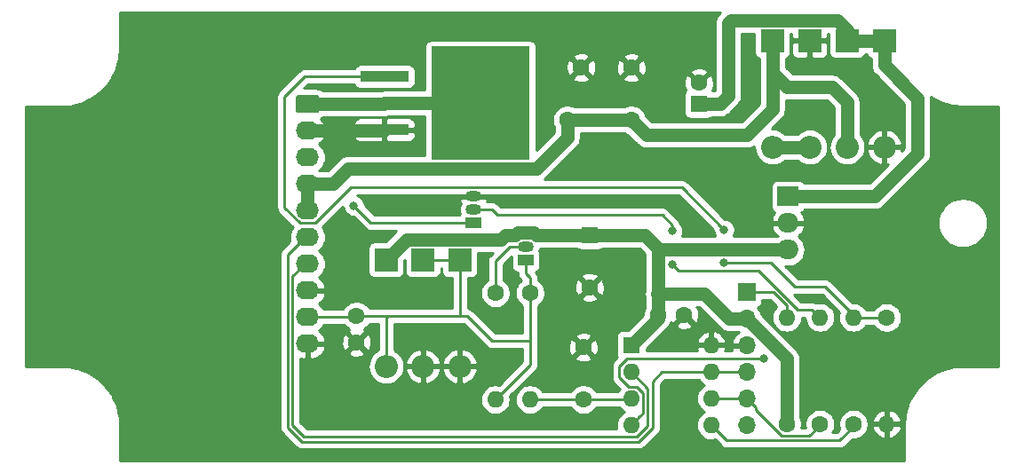
<source format=gbr>
G04 #@! TF.GenerationSoftware,KiCad,Pcbnew,6.0.0-unknown-r15630-3caa4376*
G04 #@! TF.CreationDate,2019-05-16T13:37:44+01:00*
G04 #@! TF.ProjectId,FuelGauge,4675656c-4761-4756-9765-2e6b69636164,1.0*
G04 #@! TF.SameCoordinates,Original*
G04 #@! TF.FileFunction,Copper,L1,Top*
G04 #@! TF.FilePolarity,Positive*
%FSLAX46Y46*%
G04 Gerber Fmt 4.6, Leading zero omitted, Abs format (unit mm)*
G04 Created by KiCad (PCBNEW 6.0.0-unknown-r15630-3caa4376) date 2019-05-16 13:37:44*
%MOMM*%
%LPD*%
G04 APERTURE LIST*
%ADD10O,1.600000X1.600000*%
%ADD11R,1.600000X1.600000*%
%ADD12O,1.700000X1.700000*%
%ADD13R,1.700000X1.700000*%
%ADD14C,1.600000*%
%ADD15R,1.500000X1.050000*%
%ADD16O,1.500000X1.050000*%
%ADD17O,2.200000X2.200000*%
%ADD18R,2.200000X2.200000*%
%ADD19O,2.000000X1.905000*%
%ADD20R,2.000000X1.905000*%
%ADD21R,9.400000X10.800000*%
%ADD22R,4.600000X1.100000*%
%ADD23O,2.200000X1.740000*%
%ADD24C,0.100000*%
%ADD25C,1.740000*%
%ADD26C,0.800000*%
%ADD27C,1.250000*%
%ADD28C,0.250000*%
%ADD29C,0.254000*%
G04 APERTURE END LIST*
D10*
X145982000Y-90367000D03*
X138362000Y-97987000D03*
X145982000Y-92907000D03*
X138362000Y-95447000D03*
X145982000Y-95447000D03*
X138362000Y-92907000D03*
X145982000Y-97987000D03*
D11*
X138362000Y-90367000D03*
D12*
X149380000Y-98020000D03*
X149380000Y-95480000D03*
X149380000Y-92940000D03*
X149380000Y-90400000D03*
X149380000Y-87860000D03*
D13*
X149380000Y-85320000D03*
D10*
X125408000Y-95558000D03*
D14*
X125408000Y-85398000D03*
D15*
X128298000Y-82272000D03*
D16*
X128298000Y-79732000D03*
X128298000Y-81002000D03*
D17*
X155380000Y-71468000D03*
D18*
X155380000Y-61308000D03*
D17*
X151824000Y-71468000D03*
D18*
X151824000Y-61308000D03*
D14*
X144808000Y-65343113D03*
D11*
X144808000Y-67343113D03*
D19*
X153317000Y-81256000D03*
X153317000Y-78716000D03*
D20*
X153317000Y-76176000D03*
D21*
X123989500Y-67286000D03*
D22*
X114839500Y-69826000D03*
X114839500Y-67286000D03*
X114839500Y-64746000D03*
D14*
X133566000Y-63888000D03*
X132266000Y-68888000D03*
D10*
X153190000Y-87733000D03*
D14*
X153190000Y-97893000D03*
D10*
X162715000Y-97893000D03*
D14*
X162715000Y-87733000D03*
D10*
X159540000Y-87733000D03*
D14*
X159540000Y-97893000D03*
D10*
X156365000Y-87733000D03*
D14*
X156365000Y-97893000D03*
D10*
X128710000Y-95558000D03*
D14*
X128710000Y-85398000D03*
D15*
X123317000Y-78716000D03*
D16*
X123317000Y-76176000D03*
X123317000Y-77446000D03*
D23*
X107501000Y-90224000D03*
X107501000Y-87684000D03*
X107501000Y-85144000D03*
X107501000Y-82604000D03*
X107501000Y-80064000D03*
X107501000Y-77524000D03*
X107501000Y-74984000D03*
X107501000Y-72444000D03*
X107501000Y-69904000D03*
D24*
G36*
X108375505Y-66495204D02*
G01*
X108399773Y-66498804D01*
X108423572Y-66504765D01*
X108446671Y-66513030D01*
X108468850Y-66523520D01*
X108489893Y-66536132D01*
X108509599Y-66550747D01*
X108527777Y-66567223D01*
X108544253Y-66585401D01*
X108558868Y-66605107D01*
X108571480Y-66626150D01*
X108581970Y-66648329D01*
X108590235Y-66671428D01*
X108596196Y-66695227D01*
X108599796Y-66719495D01*
X108601000Y-66743999D01*
X108601000Y-67984001D01*
X108599796Y-68008505D01*
X108596196Y-68032773D01*
X108590235Y-68056572D01*
X108581970Y-68079671D01*
X108571480Y-68101850D01*
X108558868Y-68122893D01*
X108544253Y-68142599D01*
X108527777Y-68160777D01*
X108509599Y-68177253D01*
X108489893Y-68191868D01*
X108468850Y-68204480D01*
X108446671Y-68214970D01*
X108423572Y-68223235D01*
X108399773Y-68229196D01*
X108375505Y-68232796D01*
X108351001Y-68234000D01*
X106650999Y-68234000D01*
X106626495Y-68232796D01*
X106602227Y-68229196D01*
X106578428Y-68223235D01*
X106555329Y-68214970D01*
X106533150Y-68204480D01*
X106512107Y-68191868D01*
X106492401Y-68177253D01*
X106474223Y-68160777D01*
X106457747Y-68142599D01*
X106443132Y-68122893D01*
X106430520Y-68101850D01*
X106420030Y-68079671D01*
X106411765Y-68056572D01*
X106405804Y-68032773D01*
X106402204Y-68008505D01*
X106401000Y-67984001D01*
X106401000Y-66743999D01*
X106402204Y-66719495D01*
X106405804Y-66695227D01*
X106411765Y-66671428D01*
X106420030Y-66648329D01*
X106430520Y-66626150D01*
X106443132Y-66605107D01*
X106457747Y-66585401D01*
X106474223Y-66567223D01*
X106492401Y-66550747D01*
X106512107Y-66536132D01*
X106533150Y-66523520D01*
X106555329Y-66513030D01*
X106578428Y-66504765D01*
X106602227Y-66498804D01*
X106626495Y-66495204D01*
X106650999Y-66494000D01*
X108351001Y-66494000D01*
X108375505Y-66495204D01*
X108375505Y-66495204D01*
G37*
D25*
X107501000Y-67364000D03*
D17*
X162492000Y-71468000D03*
D18*
X162492000Y-61308000D03*
D17*
X158936000Y-71468000D03*
D18*
X158936000Y-61308000D03*
D17*
X122003332Y-92383000D03*
D18*
X122003332Y-82223000D03*
D17*
X118498666Y-92383000D03*
D18*
X118498666Y-82223000D03*
D17*
X114994000Y-92383000D03*
D18*
X114994000Y-82223000D03*
D14*
X143412000Y-87479000D03*
X140912000Y-87479000D03*
X134394000Y-84859000D03*
D11*
X134394000Y-79859000D03*
D14*
X133790000Y-90558000D03*
X133790000Y-95558000D03*
X112169000Y-90106000D03*
X112169000Y-87606000D03*
X138362000Y-63888000D03*
X138362000Y-68888000D03*
D26*
X144554000Y-79351000D03*
X135918000Y-73382000D03*
X147856000Y-73763000D03*
X114328000Y-76938000D03*
X112296000Y-82145000D03*
X125504000Y-88368000D03*
X124107000Y-82780000D03*
X123091000Y-60174000D03*
X108740000Y-60174000D03*
X94389000Y-60174000D03*
X84229000Y-70461000D03*
X84229000Y-89003000D03*
X94389000Y-98655000D03*
X101501000Y-89003000D03*
X101755000Y-70461000D03*
X143157000Y-100179000D03*
X149634000Y-64492000D03*
X151031000Y-91670000D03*
X142268000Y-79478000D03*
X142268000Y-82653000D03*
X111915000Y-77065000D03*
X147221000Y-82526000D03*
X147221000Y-79351000D03*
D27*
X107541000Y-90184000D02*
X107501000Y-90224000D01*
X114761500Y-69904000D02*
X114839500Y-69826000D01*
X107501000Y-69904000D02*
X114761500Y-69904000D01*
X132266000Y-68888000D02*
X138362000Y-68888000D01*
X107501000Y-74984000D02*
X107501000Y-77524000D01*
X151824000Y-64356000D02*
X153230000Y-65762000D01*
X151824000Y-61308000D02*
X151824000Y-64356000D01*
X153230000Y-65762000D02*
X157508000Y-65762000D01*
X158936000Y-67190000D02*
X158936000Y-71468000D01*
X157508000Y-65762000D02*
X158936000Y-67190000D01*
X139808000Y-70334000D02*
X138362000Y-68888000D01*
X149380000Y-70334000D02*
X139808000Y-70334000D01*
X151824000Y-64356000D02*
X151824000Y-67890000D01*
X151824000Y-67890000D02*
X149380000Y-70334000D01*
X109932000Y-74984000D02*
X107501000Y-74984000D01*
X132266000Y-70594502D02*
X132266000Y-70019370D01*
X129349501Y-73511001D02*
X132266000Y-70594502D01*
X111404999Y-73511001D02*
X129349501Y-73511001D01*
X109932000Y-74984000D02*
X111404999Y-73511001D01*
X132266000Y-70019370D02*
X132266000Y-68888000D01*
D28*
X128202000Y-84890000D02*
X128710000Y-85398000D01*
X128710000Y-92256000D02*
X125408000Y-95558000D01*
X128710000Y-85398000D02*
X128710000Y-88591000D01*
X128298000Y-84986000D02*
X128710000Y-85398000D01*
X128710000Y-85398000D02*
X128710000Y-83954000D01*
X128298000Y-83542000D02*
X128298000Y-82272000D01*
X128710000Y-83954000D02*
X128298000Y-83542000D01*
X112091000Y-87684000D02*
X112169000Y-87606000D01*
X107501000Y-87684000D02*
X112091000Y-87684000D01*
X125092000Y-89988000D02*
X128710000Y-89988000D01*
X122710000Y-87606000D02*
X125092000Y-89988000D01*
X128710000Y-89988000D02*
X128710000Y-92256000D01*
X122075000Y-83644668D02*
X122075000Y-87606000D01*
X122003332Y-83573000D02*
X122075000Y-83644668D01*
X122003332Y-82223000D02*
X122003332Y-83573000D01*
X122075000Y-87606000D02*
X122710000Y-87606000D01*
X122003332Y-82223000D02*
X118498666Y-82223000D01*
X114994000Y-87829000D02*
X115217000Y-87606000D01*
X114994000Y-92383000D02*
X114994000Y-87829000D01*
X112169000Y-87606000D02*
X115217000Y-87606000D01*
X115217000Y-87606000D02*
X122075000Y-87606000D01*
X128710000Y-88591000D02*
X128710000Y-89988000D01*
X138362000Y-95558000D02*
X133790000Y-95558000D01*
X133790000Y-95558000D02*
X128710000Y-95558000D01*
D27*
X151005990Y-81194990D02*
X141014010Y-81194990D01*
X151067000Y-81256000D02*
X151005990Y-81194990D01*
X153317000Y-81256000D02*
X151067000Y-81256000D01*
X129082192Y-79651990D02*
X129289202Y-79859000D01*
X127513808Y-79651990D02*
X129082192Y-79651990D01*
X127306798Y-79859000D02*
X127513808Y-79651990D01*
X129289202Y-79859000D02*
X134394000Y-79859000D01*
X126393000Y-79859000D02*
X127306798Y-79859000D01*
X139678020Y-79859000D02*
X134394000Y-79859000D01*
X141014010Y-81194990D02*
X139678020Y-79859000D01*
X116919001Y-80297999D02*
X114994000Y-82223000D01*
X125954001Y-80297999D02*
X116919001Y-80297999D01*
X126393000Y-79859000D02*
X125954001Y-80297999D01*
X153190000Y-91670000D02*
X149380000Y-87860000D01*
X153190000Y-97893000D02*
X153190000Y-91670000D01*
X140912000Y-85488000D02*
X140912000Y-87479000D01*
X140871000Y-85447000D02*
X140912000Y-85488000D01*
X145316000Y-85447000D02*
X140871000Y-85447000D01*
X149380000Y-87860000D02*
X147729000Y-87860000D01*
X147729000Y-87860000D02*
X145316000Y-85447000D01*
X140912000Y-87817000D02*
X138362000Y-90367000D01*
X140912000Y-87479000D02*
X140912000Y-87817000D01*
X140912000Y-81297000D02*
X141014010Y-81194990D01*
X140912000Y-85488000D02*
X140912000Y-81297000D01*
X151824000Y-71468000D02*
X155380000Y-71468000D01*
D28*
X107271000Y-82604000D02*
X107501000Y-82604000D01*
X106075990Y-83799010D02*
X107271000Y-82604000D01*
X106075990Y-98022990D02*
X106075990Y-83799010D01*
X107165001Y-99112001D02*
X106075990Y-98022990D01*
X138902001Y-99112001D02*
X107165001Y-99112001D01*
X139937011Y-98076991D02*
X138902001Y-99112001D01*
X139937011Y-94482011D02*
X139937011Y-98076991D01*
X138362000Y-92907000D02*
X139937011Y-94482011D01*
X146015000Y-92940000D02*
X145982000Y-92907000D01*
X149380000Y-92940000D02*
X146015000Y-92940000D01*
X141285000Y-92907000D02*
X145982000Y-92907000D01*
X140387021Y-98263391D02*
X140387021Y-93804979D01*
X140387021Y-93804979D02*
X141285000Y-92907000D01*
X107271000Y-80064000D02*
X105625980Y-81709020D01*
X139088401Y-99562011D02*
X140387021Y-98263391D01*
X107501000Y-80064000D02*
X107271000Y-80064000D01*
X105625980Y-81709020D02*
X105625980Y-98209390D01*
X105625980Y-98209390D02*
X106978600Y-99562010D01*
X106978600Y-99562010D02*
X139088401Y-99562011D01*
D27*
X114761500Y-67364000D02*
X114839500Y-67286000D01*
X107501000Y-67364000D02*
X114761500Y-67364000D01*
X114839500Y-67286000D02*
X123989500Y-67286000D01*
D28*
X149014000Y-95447000D02*
X149284000Y-95177000D01*
X146015000Y-95480000D02*
X145982000Y-95447000D01*
X149380000Y-95480000D02*
X146015000Y-95480000D01*
X150229999Y-96329999D02*
X149380000Y-95480000D01*
X150229999Y-96598001D02*
X150229999Y-96329999D01*
X152649999Y-99018001D02*
X150229999Y-96598001D01*
X155348999Y-99018001D02*
X152649999Y-99018001D01*
X156396000Y-97971000D02*
X155348999Y-99018001D01*
X139487001Y-96861999D02*
X139161999Y-97187001D01*
X139487001Y-94906999D02*
X139487001Y-96861999D01*
X139161999Y-97187001D02*
X138362000Y-97987000D01*
X138902001Y-94321999D02*
X139487001Y-94906999D01*
X138111997Y-94321999D02*
X138902001Y-94321999D01*
X137236999Y-93447001D02*
X138111997Y-94321999D01*
X137236999Y-92366999D02*
X137236999Y-93447001D01*
X137933998Y-91670000D02*
X137236999Y-92366999D01*
X151031000Y-91670000D02*
X137933998Y-91670000D01*
X153190000Y-86601630D02*
X151908370Y-85320000D01*
X153190000Y-87733000D02*
X153190000Y-86601630D01*
X151908370Y-85320000D02*
X149380000Y-85320000D01*
X156396000Y-87811000D02*
X155596001Y-87011001D01*
X155596001Y-87011001D02*
X155262001Y-87011001D01*
X125123000Y-77446000D02*
X125631000Y-77954000D01*
X155596001Y-87011001D02*
X154235781Y-87011001D01*
X125631000Y-77954000D02*
X141309685Y-77954000D01*
X154235781Y-87011001D02*
X150475781Y-83251001D01*
X142268000Y-78912315D02*
X141309685Y-77954000D01*
X150475781Y-83251001D02*
X142866001Y-83251001D01*
X142268000Y-79478000D02*
X142268000Y-78912315D01*
X142866001Y-83251001D02*
X142268000Y-82653000D01*
X125123000Y-77446000D02*
X123317000Y-77446000D01*
X125408000Y-85398000D02*
X125408000Y-82368000D01*
X126774000Y-81002000D02*
X127847990Y-81002000D01*
X125408000Y-82368000D02*
X126774000Y-81002000D01*
X146781999Y-98786999D02*
X145982000Y-97987000D01*
X158218989Y-99468011D02*
X147463011Y-99468011D01*
X147463011Y-99468011D02*
X146781999Y-98786999D01*
X159794000Y-97893000D02*
X158218989Y-99468011D01*
D27*
X162492000Y-61308000D02*
X158936000Y-61308000D01*
X146858000Y-67343113D02*
X144808000Y-67343113D01*
X147602000Y-66599113D02*
X146858000Y-67343113D01*
X157986999Y-59382999D02*
X147885001Y-59382999D01*
X147885001Y-59382999D02*
X147602000Y-59666000D01*
X158936000Y-61308000D02*
X158936000Y-60332000D01*
X158936000Y-60332000D02*
X157986999Y-59382999D01*
X147602000Y-59666000D02*
X147602000Y-66599113D01*
X161572000Y-76176000D02*
X153317000Y-76176000D01*
X165636000Y-66802000D02*
X165636000Y-72112000D01*
X162492000Y-61308000D02*
X162492000Y-63658000D01*
X165636000Y-72112000D02*
X161572000Y-76176000D01*
X162492000Y-63658000D02*
X165636000Y-66802000D01*
D28*
X113566000Y-78716000D02*
X113500500Y-78650500D01*
X123317000Y-78716000D02*
X113566000Y-78716000D01*
X113500500Y-78650500D02*
X111915000Y-77065000D01*
X163350000Y-87733000D02*
X159794000Y-87733000D01*
X159794000Y-87733000D02*
X156873000Y-84812000D01*
X156873000Y-84812000D02*
X153952000Y-84812000D01*
X151666000Y-82526000D02*
X147221000Y-82526000D01*
X153952000Y-84812000D02*
X151666000Y-82526000D01*
X106776011Y-78719010D02*
X105311000Y-77253999D01*
X108225989Y-78719010D02*
X106776011Y-78719010D01*
X147221000Y-79351000D02*
X143195990Y-75325990D01*
X111619009Y-75325990D02*
X108225989Y-78719010D01*
X143195990Y-75325990D02*
X111619009Y-75325990D01*
X114839500Y-64746000D02*
X107216000Y-64746000D01*
X107216000Y-64746000D02*
X105311000Y-66651000D01*
X105311000Y-66651000D02*
X105311000Y-77253999D01*
D29*
G36*
X146754816Y-58731276D02*
G01*
X146706735Y-58770735D01*
X146615603Y-58881780D01*
X146549280Y-58962595D01*
X146442546Y-59162280D01*
X146432280Y-59181487D01*
X146360232Y-59418998D01*
X146342000Y-59604108D01*
X146342000Y-59604117D01*
X146335905Y-59666000D01*
X146342000Y-59727883D01*
X146342001Y-66077204D01*
X146336092Y-66083113D01*
X146048444Y-66083113D01*
X146046242Y-66081306D01*
X146165571Y-65829117D01*
X146234300Y-65554929D01*
X146248217Y-65272601D01*
X146206787Y-64992983D01*
X146111603Y-64726821D01*
X146044671Y-64601599D01*
X145800702Y-64530016D01*
X144987605Y-65343113D01*
X145001748Y-65357256D01*
X144822143Y-65536861D01*
X144808000Y-65522718D01*
X144793858Y-65536861D01*
X144614253Y-65357256D01*
X144628395Y-65343113D01*
X143815298Y-64530016D01*
X143571329Y-64601599D01*
X143450429Y-64857109D01*
X143381700Y-65131297D01*
X143367783Y-65413625D01*
X143409213Y-65693243D01*
X143504397Y-65959405D01*
X143569616Y-66081422D01*
X143556815Y-66091928D01*
X143477463Y-66188619D01*
X143418498Y-66298933D01*
X143382188Y-66418631D01*
X143369928Y-66543113D01*
X143369928Y-68143113D01*
X143382188Y-68267595D01*
X143418498Y-68387293D01*
X143477463Y-68497607D01*
X143556815Y-68594298D01*
X143653506Y-68673650D01*
X143763820Y-68732615D01*
X143883518Y-68768925D01*
X144008000Y-68781185D01*
X145608000Y-68781185D01*
X145732482Y-68768925D01*
X145852180Y-68732615D01*
X145962494Y-68673650D01*
X146048444Y-68603113D01*
X146796117Y-68603113D01*
X146858000Y-68609208D01*
X146919883Y-68603113D01*
X146919893Y-68603113D01*
X147105003Y-68584881D01*
X147342514Y-68512833D01*
X147561405Y-68395833D01*
X147753265Y-68238378D01*
X147792724Y-68190297D01*
X148449184Y-67533837D01*
X148497265Y-67494378D01*
X148654720Y-67302518D01*
X148771720Y-67083627D01*
X148843768Y-66846116D01*
X148862000Y-66661006D01*
X148862000Y-66660996D01*
X148868095Y-66599113D01*
X148862000Y-66537230D01*
X148862000Y-60642999D01*
X150085928Y-60642999D01*
X150085928Y-62408000D01*
X150098188Y-62532482D01*
X150134498Y-62652180D01*
X150193463Y-62762494D01*
X150272815Y-62859185D01*
X150369506Y-62938537D01*
X150479820Y-62997502D01*
X150564001Y-63023038D01*
X150564001Y-64294098D01*
X150564000Y-64294108D01*
X150564000Y-64294117D01*
X150557905Y-64356000D01*
X150564000Y-64417883D01*
X150564001Y-67368090D01*
X148858092Y-69074000D01*
X140329909Y-69074000D01*
X139745955Y-68490046D01*
X139741853Y-68469426D01*
X139633680Y-68208273D01*
X139476637Y-67973241D01*
X139276759Y-67773363D01*
X139041727Y-67616320D01*
X138780574Y-67508147D01*
X138503335Y-67453000D01*
X138220665Y-67453000D01*
X137943426Y-67508147D01*
X137682273Y-67616320D01*
X137664793Y-67628000D01*
X132963207Y-67628000D01*
X132945727Y-67616320D01*
X132684574Y-67508147D01*
X132407335Y-67453000D01*
X132124665Y-67453000D01*
X131847426Y-67508147D01*
X131586273Y-67616320D01*
X131351241Y-67773363D01*
X131151363Y-67973241D01*
X130994320Y-68208273D01*
X130886147Y-68469426D01*
X130831000Y-68746665D01*
X130831000Y-69029335D01*
X130886147Y-69306574D01*
X130994320Y-69567727D01*
X131006000Y-69585207D01*
X131006000Y-70072593D01*
X129327572Y-71751022D01*
X129327572Y-64880702D01*
X132752903Y-64880702D01*
X132824486Y-65124671D01*
X133079996Y-65245571D01*
X133354184Y-65314300D01*
X133636512Y-65328217D01*
X133916130Y-65286787D01*
X134182292Y-65191603D01*
X134307514Y-65124671D01*
X134379097Y-64880702D01*
X137548903Y-64880702D01*
X137620486Y-65124671D01*
X137875996Y-65245571D01*
X138150184Y-65314300D01*
X138432512Y-65328217D01*
X138712130Y-65286787D01*
X138978292Y-65191603D01*
X139103514Y-65124671D01*
X139175097Y-64880702D01*
X138362000Y-64067605D01*
X137548903Y-64880702D01*
X134379097Y-64880702D01*
X133566000Y-64067605D01*
X132752903Y-64880702D01*
X129327572Y-64880702D01*
X129327572Y-63958512D01*
X132125783Y-63958512D01*
X132167213Y-64238130D01*
X132262397Y-64504292D01*
X132329329Y-64629514D01*
X132573298Y-64701097D01*
X133386395Y-63888000D01*
X133745605Y-63888000D01*
X134558702Y-64701097D01*
X134802671Y-64629514D01*
X134923571Y-64374004D01*
X134992300Y-64099816D01*
X134999265Y-63958512D01*
X136921783Y-63958512D01*
X136963213Y-64238130D01*
X137058397Y-64504292D01*
X137125329Y-64629514D01*
X137369298Y-64701097D01*
X138182395Y-63888000D01*
X138541605Y-63888000D01*
X139354702Y-64701097D01*
X139598671Y-64629514D01*
X139719571Y-64374004D01*
X139725484Y-64350411D01*
X143994903Y-64350411D01*
X144808000Y-65163508D01*
X145621097Y-64350411D01*
X145549514Y-64106442D01*
X145294004Y-63985542D01*
X145019816Y-63916813D01*
X144737488Y-63902896D01*
X144457870Y-63944326D01*
X144191708Y-64039510D01*
X144066486Y-64106442D01*
X143994903Y-64350411D01*
X139725484Y-64350411D01*
X139788300Y-64099816D01*
X139802217Y-63817488D01*
X139760787Y-63537870D01*
X139665603Y-63271708D01*
X139598671Y-63146486D01*
X139354702Y-63074903D01*
X138541605Y-63888000D01*
X138182395Y-63888000D01*
X137369298Y-63074903D01*
X137125329Y-63146486D01*
X137004429Y-63401996D01*
X136935700Y-63676184D01*
X136921783Y-63958512D01*
X134999265Y-63958512D01*
X135006217Y-63817488D01*
X134964787Y-63537870D01*
X134869603Y-63271708D01*
X134802671Y-63146486D01*
X134558702Y-63074903D01*
X133745605Y-63888000D01*
X133386395Y-63888000D01*
X132573298Y-63074903D01*
X132329329Y-63146486D01*
X132208429Y-63401996D01*
X132139700Y-63676184D01*
X132125783Y-63958512D01*
X129327572Y-63958512D01*
X129327572Y-62895298D01*
X132752903Y-62895298D01*
X133566000Y-63708395D01*
X134379097Y-62895298D01*
X137548903Y-62895298D01*
X138362000Y-63708395D01*
X139175097Y-62895298D01*
X139103514Y-62651329D01*
X138848004Y-62530429D01*
X138573816Y-62461700D01*
X138291488Y-62447783D01*
X138011870Y-62489213D01*
X137745708Y-62584397D01*
X137620486Y-62651329D01*
X137548903Y-62895298D01*
X134379097Y-62895298D01*
X134307514Y-62651329D01*
X134052004Y-62530429D01*
X133777816Y-62461700D01*
X133495488Y-62447783D01*
X133215870Y-62489213D01*
X132949708Y-62584397D01*
X132824486Y-62651329D01*
X132752903Y-62895298D01*
X129327572Y-62895298D01*
X129327572Y-61886000D01*
X129315312Y-61761518D01*
X129279002Y-61641820D01*
X129220037Y-61531506D01*
X129140685Y-61434815D01*
X129043994Y-61355463D01*
X128933680Y-61296498D01*
X128813982Y-61260188D01*
X128689500Y-61247928D01*
X119289500Y-61247928D01*
X119165018Y-61260188D01*
X119045320Y-61296498D01*
X118935006Y-61355463D01*
X118838315Y-61434815D01*
X118758963Y-61531506D01*
X118699998Y-61641820D01*
X118663688Y-61761518D01*
X118651428Y-61886000D01*
X118651428Y-66026000D01*
X114901393Y-66026000D01*
X114839500Y-66019904D01*
X114777607Y-66026000D01*
X114592497Y-66044232D01*
X114415485Y-66097928D01*
X112539500Y-66097928D01*
X112477848Y-66104000D01*
X108964294Y-66104000D01*
X108844387Y-66005595D01*
X108690851Y-65923528D01*
X108524255Y-65872992D01*
X108351001Y-65855928D01*
X107180874Y-65855928D01*
X107530802Y-65506000D01*
X111939630Y-65506000D01*
X111949998Y-65540180D01*
X112008963Y-65650494D01*
X112088315Y-65747185D01*
X112185006Y-65826537D01*
X112295320Y-65885502D01*
X112415018Y-65921812D01*
X112539500Y-65934072D01*
X117139500Y-65934072D01*
X117263982Y-65921812D01*
X117383680Y-65885502D01*
X117493994Y-65826537D01*
X117590685Y-65747185D01*
X117670037Y-65650494D01*
X117729002Y-65540180D01*
X117765312Y-65420482D01*
X117777572Y-65296000D01*
X117777572Y-64196000D01*
X117765312Y-64071518D01*
X117729002Y-63951820D01*
X117670037Y-63841506D01*
X117590685Y-63744815D01*
X117493994Y-63665463D01*
X117383680Y-63606498D01*
X117263982Y-63570188D01*
X117139500Y-63557928D01*
X112539500Y-63557928D01*
X112415018Y-63570188D01*
X112295320Y-63606498D01*
X112185006Y-63665463D01*
X112088315Y-63744815D01*
X112008963Y-63841506D01*
X111949998Y-63951820D01*
X111939630Y-63986000D01*
X107253323Y-63986000D01*
X107216000Y-63982324D01*
X107178677Y-63986000D01*
X107178667Y-63986000D01*
X107067014Y-63996997D01*
X106923753Y-64040454D01*
X106791724Y-64111026D01*
X106675999Y-64205999D01*
X106652201Y-64234997D01*
X104800003Y-66087196D01*
X104770999Y-66110999D01*
X104731520Y-66159105D01*
X104676026Y-66226724D01*
X104621408Y-66328907D01*
X104605454Y-66358754D01*
X104561997Y-66502015D01*
X104551000Y-66613668D01*
X104551000Y-66613678D01*
X104547324Y-66651000D01*
X104551000Y-66688322D01*
X104551001Y-77216667D01*
X104547324Y-77253999D01*
X104561998Y-77402984D01*
X104605454Y-77546245D01*
X104676026Y-77678275D01*
X104738429Y-77754312D01*
X104771000Y-77794000D01*
X104799998Y-77817798D01*
X106100325Y-79118126D01*
X106013583Y-79223821D01*
X105873834Y-79485275D01*
X105787776Y-79768968D01*
X105758718Y-80064000D01*
X105787776Y-80359032D01*
X105814167Y-80446031D01*
X105114983Y-81145216D01*
X105085979Y-81169019D01*
X105047043Y-81216463D01*
X104991006Y-81284744D01*
X104942329Y-81375811D01*
X104920434Y-81416774D01*
X104876977Y-81560035D01*
X104865980Y-81671688D01*
X104865980Y-81671698D01*
X104862304Y-81709020D01*
X104865980Y-81746342D01*
X104865981Y-98172057D01*
X104862304Y-98209390D01*
X104865981Y-98246723D01*
X104876978Y-98358376D01*
X104884456Y-98383027D01*
X104920434Y-98501636D01*
X104991006Y-98633666D01*
X105052020Y-98708011D01*
X105085980Y-98749391D01*
X105114978Y-98773189D01*
X106414805Y-100073017D01*
X106438599Y-100102010D01*
X106467592Y-100125804D01*
X106467597Y-100125809D01*
X106554324Y-100196984D01*
X106686353Y-100267556D01*
X106829614Y-100311013D01*
X106978600Y-100325687D01*
X107015943Y-100322009D01*
X139051079Y-100322011D01*
X139088401Y-100325687D01*
X139125723Y-100322011D01*
X139125733Y-100322011D01*
X139237386Y-100311014D01*
X139380647Y-100267557D01*
X139380651Y-100267555D01*
X139512677Y-100196985D01*
X139599403Y-100125810D01*
X139599404Y-100125809D01*
X139628401Y-100102012D01*
X139652199Y-100073014D01*
X140898025Y-98827189D01*
X140927022Y-98803392D01*
X140970285Y-98750676D01*
X141021995Y-98687668D01*
X141092567Y-98555638D01*
X141101254Y-98527001D01*
X141136024Y-98412377D01*
X141147021Y-98300724D01*
X141147021Y-98300714D01*
X141150697Y-98263392D01*
X141147021Y-98226069D01*
X141147021Y-94119780D01*
X141599802Y-93667000D01*
X144761099Y-93667000D01*
X144783068Y-93708101D01*
X144962392Y-93926608D01*
X145180899Y-94105932D01*
X145313858Y-94177000D01*
X145180899Y-94248068D01*
X144962392Y-94427392D01*
X144783068Y-94645899D01*
X144649818Y-94895192D01*
X144567764Y-95165691D01*
X144540057Y-95447000D01*
X144567764Y-95728309D01*
X144649818Y-95998808D01*
X144783068Y-96248101D01*
X144962392Y-96466608D01*
X145180899Y-96645932D01*
X145313858Y-96717000D01*
X145180899Y-96788068D01*
X144962392Y-96967392D01*
X144783068Y-97185899D01*
X144649818Y-97435192D01*
X144567764Y-97705691D01*
X144540057Y-97987000D01*
X144567764Y-98268309D01*
X144649818Y-98538808D01*
X144783068Y-98788101D01*
X144962392Y-99006608D01*
X145180899Y-99185932D01*
X145430192Y-99319182D01*
X145700691Y-99401236D01*
X145911508Y-99422000D01*
X146052492Y-99422000D01*
X146263309Y-99401236D01*
X146307906Y-99387708D01*
X146899216Y-99979019D01*
X146923010Y-100008012D01*
X146952003Y-100031806D01*
X146952007Y-100031810D01*
X147022696Y-100089822D01*
X147038735Y-100102985D01*
X147170764Y-100173557D01*
X147314025Y-100217014D01*
X147425678Y-100228011D01*
X147425687Y-100228011D01*
X147463010Y-100231687D01*
X147500333Y-100228011D01*
X158181667Y-100228011D01*
X158218989Y-100231687D01*
X158256311Y-100228011D01*
X158256322Y-100228011D01*
X158367975Y-100217014D01*
X158511236Y-100173557D01*
X158643265Y-100102985D01*
X158758990Y-100008012D01*
X158782793Y-99979008D01*
X159433801Y-99328000D01*
X159681335Y-99328000D01*
X159958574Y-99272853D01*
X160219727Y-99164680D01*
X160454759Y-99007637D01*
X160654637Y-98807759D01*
X160811680Y-98572727D01*
X160919853Y-98311574D01*
X160933684Y-98242040D01*
X161323091Y-98242040D01*
X161417930Y-98506881D01*
X161562615Y-98748131D01*
X161751586Y-98956519D01*
X161977580Y-99124037D01*
X162231913Y-99244246D01*
X162365961Y-99284904D01*
X162588000Y-99162915D01*
X162588000Y-98020000D01*
X162842000Y-98020000D01*
X162842000Y-99162915D01*
X163064039Y-99284904D01*
X163198087Y-99244246D01*
X163452420Y-99124037D01*
X163678414Y-98956519D01*
X163867385Y-98748131D01*
X164012070Y-98506881D01*
X164106909Y-98242040D01*
X163985624Y-98020000D01*
X162842000Y-98020000D01*
X162588000Y-98020000D01*
X161444376Y-98020000D01*
X161323091Y-98242040D01*
X160933684Y-98242040D01*
X160975000Y-98034335D01*
X160975000Y-97751665D01*
X160933685Y-97543960D01*
X161323091Y-97543960D01*
X161444376Y-97766000D01*
X162588000Y-97766000D01*
X162588000Y-96623085D01*
X162842000Y-96623085D01*
X162842000Y-97766000D01*
X163985624Y-97766000D01*
X164106909Y-97543960D01*
X164012070Y-97279119D01*
X163867385Y-97037869D01*
X163678414Y-96829481D01*
X163452420Y-96661963D01*
X163198087Y-96541754D01*
X163064039Y-96501096D01*
X162842000Y-96623085D01*
X162588000Y-96623085D01*
X162365961Y-96501096D01*
X162231913Y-96541754D01*
X161977580Y-96661963D01*
X161751586Y-96829481D01*
X161562615Y-97037869D01*
X161417930Y-97279119D01*
X161323091Y-97543960D01*
X160933685Y-97543960D01*
X160919853Y-97474426D01*
X160811680Y-97213273D01*
X160654637Y-96978241D01*
X160454759Y-96778363D01*
X160219727Y-96621320D01*
X159958574Y-96513147D01*
X159681335Y-96458000D01*
X159398665Y-96458000D01*
X159121426Y-96513147D01*
X158860273Y-96621320D01*
X158625241Y-96778363D01*
X158425363Y-96978241D01*
X158268320Y-97213273D01*
X158160147Y-97474426D01*
X158105000Y-97751665D01*
X158105000Y-98034335D01*
X158160147Y-98311574D01*
X158201292Y-98410907D01*
X157904188Y-98708011D01*
X157546286Y-98708011D01*
X157636680Y-98572727D01*
X157744853Y-98311574D01*
X157800000Y-98034335D01*
X157800000Y-97751665D01*
X157744853Y-97474426D01*
X157636680Y-97213273D01*
X157479637Y-96978241D01*
X157279759Y-96778363D01*
X157044727Y-96621320D01*
X156783574Y-96513147D01*
X156506335Y-96458000D01*
X156223665Y-96458000D01*
X155946426Y-96513147D01*
X155685273Y-96621320D01*
X155450241Y-96778363D01*
X155250363Y-96978241D01*
X155093320Y-97213273D01*
X154985147Y-97474426D01*
X154930000Y-97751665D01*
X154930000Y-98034335D01*
X154974491Y-98258001D01*
X154580509Y-98258001D01*
X154625000Y-98034335D01*
X154625000Y-97751665D01*
X154569853Y-97474426D01*
X154461680Y-97213273D01*
X154450000Y-97195793D01*
X154450000Y-91731893D01*
X154456096Y-91670000D01*
X154431768Y-91422997D01*
X154359720Y-91185486D01*
X154242720Y-90966595D01*
X154205299Y-90920997D01*
X154085265Y-90774735D01*
X154037190Y-90735281D01*
X150831632Y-87529724D01*
X150758599Y-87288966D01*
X150620706Y-87030986D01*
X150435134Y-86804866D01*
X150405313Y-86780393D01*
X150474180Y-86759502D01*
X150584494Y-86700537D01*
X150681185Y-86621185D01*
X150760537Y-86524494D01*
X150819502Y-86414180D01*
X150855812Y-86294482D01*
X150868072Y-86170000D01*
X150868072Y-86080000D01*
X151593569Y-86080000D01*
X152201462Y-86687894D01*
X152170392Y-86713392D01*
X151991068Y-86931899D01*
X151857818Y-87181192D01*
X151775764Y-87451691D01*
X151748057Y-87733000D01*
X151775764Y-88014309D01*
X151857818Y-88284808D01*
X151991068Y-88534101D01*
X152170392Y-88752608D01*
X152388899Y-88931932D01*
X152638192Y-89065182D01*
X152908691Y-89147236D01*
X153119508Y-89168000D01*
X153260492Y-89168000D01*
X153471309Y-89147236D01*
X153741808Y-89065182D01*
X153991101Y-88931932D01*
X154209608Y-88752608D01*
X154388932Y-88534101D01*
X154522182Y-88284808D01*
X154604236Y-88014309D01*
X154628200Y-87771001D01*
X154926800Y-87771001D01*
X154950764Y-88014309D01*
X155032818Y-88284808D01*
X155166068Y-88534101D01*
X155345392Y-88752608D01*
X155563899Y-88931932D01*
X155813192Y-89065182D01*
X156083691Y-89147236D01*
X156294508Y-89168000D01*
X156435492Y-89168000D01*
X156646309Y-89147236D01*
X156916808Y-89065182D01*
X157166101Y-88931932D01*
X157384608Y-88752608D01*
X157563932Y-88534101D01*
X157697182Y-88284808D01*
X157779236Y-88014309D01*
X157806943Y-87733000D01*
X157779236Y-87451691D01*
X157697182Y-87181192D01*
X157563932Y-86931899D01*
X157384608Y-86713392D01*
X157166101Y-86534068D01*
X156916808Y-86400818D01*
X156646309Y-86318764D01*
X156435492Y-86298000D01*
X156294508Y-86298000D01*
X156083691Y-86318764D01*
X155974891Y-86351768D01*
X155888248Y-86305455D01*
X155744987Y-86261998D01*
X155633334Y-86251001D01*
X155633323Y-86251001D01*
X155596001Y-86247325D01*
X155558679Y-86251001D01*
X154550583Y-86251001D01*
X153866875Y-85567293D01*
X153914667Y-85572000D01*
X153914676Y-85572000D01*
X153951999Y-85575676D01*
X153989322Y-85572000D01*
X156558199Y-85572000D01*
X158198409Y-87212210D01*
X158125764Y-87451691D01*
X158098057Y-87733000D01*
X158125764Y-88014309D01*
X158207818Y-88284808D01*
X158341068Y-88534101D01*
X158520392Y-88752608D01*
X158738899Y-88931932D01*
X158988192Y-89065182D01*
X159258691Y-89147236D01*
X159469508Y-89168000D01*
X159610492Y-89168000D01*
X159821309Y-89147236D01*
X160091808Y-89065182D01*
X160341101Y-88931932D01*
X160559608Y-88752608D01*
X160738932Y-88534101D01*
X160760901Y-88493000D01*
X161496957Y-88493000D01*
X161600363Y-88647759D01*
X161800241Y-88847637D01*
X162035273Y-89004680D01*
X162296426Y-89112853D01*
X162573665Y-89168000D01*
X162856335Y-89168000D01*
X163133574Y-89112853D01*
X163394727Y-89004680D01*
X163629759Y-88847637D01*
X163829637Y-88647759D01*
X163986680Y-88412727D01*
X164094853Y-88151574D01*
X164150000Y-87874335D01*
X164150000Y-87591665D01*
X164094853Y-87314426D01*
X163986680Y-87053273D01*
X163829637Y-86818241D01*
X163629759Y-86618363D01*
X163394727Y-86461320D01*
X163133574Y-86353147D01*
X162856335Y-86298000D01*
X162573665Y-86298000D01*
X162296426Y-86353147D01*
X162035273Y-86461320D01*
X161800241Y-86618363D01*
X161600363Y-86818241D01*
X161496957Y-86973000D01*
X160760901Y-86973000D01*
X160738932Y-86931899D01*
X160559608Y-86713392D01*
X160341101Y-86534068D01*
X160091808Y-86400818D01*
X159821309Y-86318764D01*
X159610492Y-86298000D01*
X159469508Y-86298000D01*
X159437003Y-86301201D01*
X157436804Y-84301003D01*
X157413001Y-84271999D01*
X157297276Y-84177026D01*
X157165247Y-84106454D01*
X157021986Y-84062997D01*
X156910333Y-84052000D01*
X156910322Y-84052000D01*
X156873000Y-84048324D01*
X156835678Y-84052000D01*
X154266802Y-84052000D01*
X153043748Y-82828946D01*
X153191514Y-82843500D01*
X153442486Y-82843500D01*
X153675704Y-82820530D01*
X153974949Y-82729755D01*
X154250735Y-82582345D01*
X154492463Y-82383963D01*
X154690845Y-82142235D01*
X154838255Y-81866449D01*
X154929030Y-81567204D01*
X154959681Y-81256000D01*
X154929030Y-80944796D01*
X154838255Y-80645551D01*
X154690845Y-80369765D01*
X154492463Y-80128037D01*
X154313101Y-79980837D01*
X154498315Y-79825437D01*
X154692969Y-79582923D01*
X154836571Y-79307094D01*
X154907563Y-79088980D01*
X154787594Y-78843000D01*
X153444000Y-78843000D01*
X153444000Y-78863000D01*
X153190000Y-78863000D01*
X153190000Y-78843000D01*
X151846406Y-78843000D01*
X151726437Y-79088980D01*
X151797429Y-79307094D01*
X151941031Y-79582923D01*
X152135685Y-79825437D01*
X152320899Y-79980837D01*
X152302424Y-79996000D01*
X151394014Y-79996000D01*
X151252993Y-79953222D01*
X151067883Y-79934990D01*
X151067873Y-79934990D01*
X151005990Y-79928895D01*
X150944107Y-79934990D01*
X148075574Y-79934990D01*
X148138205Y-79841256D01*
X148216226Y-79652898D01*
X148256000Y-79452939D01*
X148256000Y-79249061D01*
X148216226Y-79049102D01*
X148138205Y-78860744D01*
X148041491Y-78716000D01*
X167580461Y-78716000D01*
X167626510Y-79183542D01*
X167762887Y-79633116D01*
X167984351Y-80047446D01*
X168282391Y-80410609D01*
X168645554Y-80708649D01*
X169059884Y-80930113D01*
X169509458Y-81066490D01*
X169859843Y-81101000D01*
X170094157Y-81101000D01*
X170444542Y-81066490D01*
X170894116Y-80930113D01*
X171308446Y-80708649D01*
X171671609Y-80410609D01*
X171969649Y-80047446D01*
X172191113Y-79633116D01*
X172327490Y-79183542D01*
X172373539Y-78716000D01*
X172327490Y-78248458D01*
X172191113Y-77798884D01*
X171969649Y-77384554D01*
X171671609Y-77021391D01*
X171308446Y-76723351D01*
X170894116Y-76501887D01*
X170444542Y-76365510D01*
X170094157Y-76331000D01*
X169859843Y-76331000D01*
X169509458Y-76365510D01*
X169059884Y-76501887D01*
X168645554Y-76723351D01*
X168282391Y-77021391D01*
X167984351Y-77384554D01*
X167762887Y-77798884D01*
X167626510Y-78248458D01*
X167580461Y-78716000D01*
X148041491Y-78716000D01*
X148024937Y-78691226D01*
X147880774Y-78547063D01*
X147711256Y-78433795D01*
X147522898Y-78355774D01*
X147322939Y-78316000D01*
X147260802Y-78316000D01*
X143759794Y-74814993D01*
X143735991Y-74785989D01*
X143620266Y-74691016D01*
X143488237Y-74620444D01*
X143344976Y-74576987D01*
X143233323Y-74565990D01*
X143233312Y-74565990D01*
X143195990Y-74562314D01*
X143158668Y-74565990D01*
X130048661Y-74565990D01*
X130052906Y-74563721D01*
X130244766Y-74406266D01*
X130284225Y-74358185D01*
X133113191Y-71529220D01*
X133161265Y-71489767D01*
X133318720Y-71297907D01*
X133435720Y-71079016D01*
X133507768Y-70841505D01*
X133526000Y-70656395D01*
X133526000Y-70656386D01*
X133532095Y-70594503D01*
X133526000Y-70532620D01*
X133526000Y-70148000D01*
X137664793Y-70148000D01*
X137682273Y-70159680D01*
X137943426Y-70267853D01*
X137964046Y-70271955D01*
X138873281Y-71181190D01*
X138912735Y-71229265D01*
X138960810Y-71268719D01*
X139104595Y-71386720D01*
X139323486Y-71503720D01*
X139560997Y-71575768D01*
X139808000Y-71600096D01*
X139869893Y-71594000D01*
X149318117Y-71594000D01*
X149380000Y-71600095D01*
X149441883Y-71594000D01*
X149441893Y-71594000D01*
X149627003Y-71575768D01*
X149864514Y-71503720D01*
X150083405Y-71386720D01*
X150089069Y-71382071D01*
X150080606Y-71468000D01*
X150114105Y-71808119D01*
X150213314Y-72135168D01*
X150374421Y-72436578D01*
X150591234Y-72700766D01*
X150855422Y-72917579D01*
X151156832Y-73078686D01*
X151483881Y-73177895D01*
X151738775Y-73203000D01*
X151909225Y-73203000D01*
X152164119Y-73177895D01*
X152491168Y-73078686D01*
X152792578Y-72917579D01*
X153023581Y-72728000D01*
X154180419Y-72728000D01*
X154411422Y-72917579D01*
X154712832Y-73078686D01*
X155039881Y-73177895D01*
X155294775Y-73203000D01*
X155465225Y-73203000D01*
X155720119Y-73177895D01*
X156047168Y-73078686D01*
X156348578Y-72917579D01*
X156612766Y-72700766D01*
X156829579Y-72436578D01*
X156990686Y-72135168D01*
X157089895Y-71808119D01*
X157123394Y-71468000D01*
X157089895Y-71127881D01*
X156990686Y-70800832D01*
X156829579Y-70499422D01*
X156612766Y-70235234D01*
X156348578Y-70018421D01*
X156047168Y-69857314D01*
X155720119Y-69758105D01*
X155465225Y-69733000D01*
X155294775Y-69733000D01*
X155039881Y-69758105D01*
X154712832Y-69857314D01*
X154411422Y-70018421D01*
X154180419Y-70208000D01*
X153023581Y-70208000D01*
X152792578Y-70018421D01*
X152491168Y-69857314D01*
X152164119Y-69758105D01*
X151909225Y-69733000D01*
X151762909Y-69733000D01*
X152671190Y-68824719D01*
X152719265Y-68785265D01*
X152762474Y-68732615D01*
X152876720Y-68593406D01*
X152993720Y-68374514D01*
X153035016Y-68238378D01*
X153065768Y-68137003D01*
X153084000Y-67951893D01*
X153084000Y-67951883D01*
X153090095Y-67890000D01*
X153084000Y-67828117D01*
X153084000Y-67013716D01*
X153168107Y-67022000D01*
X153168116Y-67022000D01*
X153229999Y-67028095D01*
X153291882Y-67022000D01*
X156986092Y-67022000D01*
X157676000Y-67711909D01*
X157676001Y-70268418D01*
X157486421Y-70499422D01*
X157325314Y-70800832D01*
X157226105Y-71127881D01*
X157192606Y-71468000D01*
X157226105Y-71808119D01*
X157325314Y-72135168D01*
X157486421Y-72436578D01*
X157703234Y-72700766D01*
X157967422Y-72917579D01*
X158268832Y-73078686D01*
X158595881Y-73177895D01*
X158850775Y-73203000D01*
X159021225Y-73203000D01*
X159276119Y-73177895D01*
X159603168Y-73078686D01*
X159904578Y-72917579D01*
X160168766Y-72700766D01*
X160385579Y-72436578D01*
X160546686Y-72135168D01*
X160628906Y-71864123D01*
X160802821Y-71864123D01*
X160912558Y-72186054D01*
X161082992Y-72480391D01*
X161307573Y-72735822D01*
X161577671Y-72942531D01*
X161882906Y-73092575D01*
X162095878Y-73157175D01*
X162365000Y-73039125D01*
X162365000Y-71595000D01*
X160920400Y-71595000D01*
X160802821Y-71864123D01*
X160628906Y-71864123D01*
X160645895Y-71808119D01*
X160679394Y-71468000D01*
X160645895Y-71127881D01*
X160628907Y-71071877D01*
X160802821Y-71071877D01*
X160920400Y-71341000D01*
X162365000Y-71341000D01*
X162365000Y-69896875D01*
X162619000Y-69896875D01*
X162619000Y-71341000D01*
X164063600Y-71341000D01*
X164181179Y-71071877D01*
X164071442Y-70749946D01*
X163901008Y-70455609D01*
X163676427Y-70200178D01*
X163406329Y-69993469D01*
X163101094Y-69843425D01*
X162888122Y-69778825D01*
X162619000Y-69896875D01*
X162365000Y-69896875D01*
X162095878Y-69778825D01*
X161882906Y-69843425D01*
X161577671Y-69993469D01*
X161307573Y-70200178D01*
X161082992Y-70455609D01*
X160912558Y-70749946D01*
X160802821Y-71071877D01*
X160628907Y-71071877D01*
X160546686Y-70800832D01*
X160385579Y-70499422D01*
X160196000Y-70268419D01*
X160196000Y-67251883D01*
X160202095Y-67190000D01*
X160196000Y-67128117D01*
X160196000Y-67128107D01*
X160177768Y-66942997D01*
X160105720Y-66705486D01*
X160074307Y-66646716D01*
X159988720Y-66486594D01*
X159870719Y-66342810D01*
X159831265Y-66294735D01*
X159783191Y-66255282D01*
X158442723Y-64914815D01*
X158403265Y-64866735D01*
X158211405Y-64709280D01*
X157992514Y-64592280D01*
X157755003Y-64520232D01*
X157569893Y-64502000D01*
X157569883Y-64502000D01*
X157508000Y-64495905D01*
X157446117Y-64502000D01*
X153751909Y-64502000D01*
X153084000Y-63834092D01*
X153084000Y-63023038D01*
X153168180Y-62997502D01*
X153278494Y-62938537D01*
X153375185Y-62859185D01*
X153454537Y-62762494D01*
X153513502Y-62652180D01*
X153549812Y-62532482D01*
X153562072Y-62408000D01*
X153641928Y-62408000D01*
X153654188Y-62532482D01*
X153690498Y-62652180D01*
X153749463Y-62762494D01*
X153828815Y-62859185D01*
X153925506Y-62938537D01*
X154035820Y-62997502D01*
X154155518Y-63033812D01*
X154280000Y-63046072D01*
X155094250Y-63043000D01*
X155253000Y-62884250D01*
X155253000Y-61435000D01*
X155507000Y-61435000D01*
X155507000Y-62884250D01*
X155665750Y-63043000D01*
X156480000Y-63046072D01*
X156604482Y-63033812D01*
X156724180Y-62997502D01*
X156834494Y-62938537D01*
X156931185Y-62859185D01*
X157010537Y-62762494D01*
X157069502Y-62652180D01*
X157105812Y-62532482D01*
X157118072Y-62408000D01*
X157115000Y-61593750D01*
X156956250Y-61435000D01*
X155507000Y-61435000D01*
X155253000Y-61435000D01*
X153803750Y-61435000D01*
X153645000Y-61593750D01*
X153641928Y-62408000D01*
X153562072Y-62408000D01*
X153562072Y-60642999D01*
X153643569Y-60642999D01*
X153645000Y-61022250D01*
X153803750Y-61181000D01*
X155253000Y-61181000D01*
X155253000Y-61161000D01*
X155507000Y-61161000D01*
X155507000Y-61181000D01*
X156956250Y-61181000D01*
X157115000Y-61022250D01*
X157116431Y-60642999D01*
X157197928Y-60642999D01*
X157197928Y-62408000D01*
X157210188Y-62532482D01*
X157246498Y-62652180D01*
X157305463Y-62762494D01*
X157384815Y-62859185D01*
X157481506Y-62938537D01*
X157591820Y-62997502D01*
X157711518Y-63033812D01*
X157836000Y-63046072D01*
X160036000Y-63046072D01*
X160160482Y-63033812D01*
X160280180Y-62997502D01*
X160390494Y-62938537D01*
X160487185Y-62859185D01*
X160566537Y-62762494D01*
X160625502Y-62652180D01*
X160651038Y-62568000D01*
X160776962Y-62568000D01*
X160802498Y-62652180D01*
X160861463Y-62762494D01*
X160940815Y-62859185D01*
X161037506Y-62938537D01*
X161147820Y-62997502D01*
X161232001Y-63023038D01*
X161232001Y-63596108D01*
X161225905Y-63658000D01*
X161250233Y-63905003D01*
X161322280Y-64142513D01*
X161439280Y-64361405D01*
X161540757Y-64485054D01*
X161596736Y-64553265D01*
X161644811Y-64592719D01*
X164376000Y-67323909D01*
X164376001Y-71590090D01*
X164157094Y-71808997D01*
X164063600Y-71595000D01*
X162619000Y-71595000D01*
X162619000Y-73039125D01*
X162833066Y-73133025D01*
X161050092Y-74916000D01*
X154872656Y-74916000D01*
X154847537Y-74869006D01*
X154768185Y-74772315D01*
X154671494Y-74692963D01*
X154561180Y-74633998D01*
X154441482Y-74597688D01*
X154317000Y-74585428D01*
X152317000Y-74585428D01*
X152192518Y-74597688D01*
X152072820Y-74633998D01*
X151962506Y-74692963D01*
X151865815Y-74772315D01*
X151786463Y-74869006D01*
X151727498Y-74979320D01*
X151691188Y-75099018D01*
X151678928Y-75223500D01*
X151678928Y-77128500D01*
X151691188Y-77252982D01*
X151727498Y-77372680D01*
X151786463Y-77482994D01*
X151865815Y-77579685D01*
X151962506Y-77659037D01*
X152054219Y-77708059D01*
X151941031Y-77849077D01*
X151797429Y-78124906D01*
X151726437Y-78343020D01*
X151846406Y-78589000D01*
X153190000Y-78589000D01*
X153190000Y-78569000D01*
X153444000Y-78569000D01*
X153444000Y-78589000D01*
X154787594Y-78589000D01*
X154907563Y-78343020D01*
X154836571Y-78124906D01*
X154692969Y-77849077D01*
X154579781Y-77708059D01*
X154671494Y-77659037D01*
X154768185Y-77579685D01*
X154847537Y-77482994D01*
X154872656Y-77436000D01*
X161510117Y-77436000D01*
X161572000Y-77442095D01*
X161633883Y-77436000D01*
X161633893Y-77436000D01*
X161819003Y-77417768D01*
X162056514Y-77345720D01*
X162275405Y-77228720D01*
X162467265Y-77071265D01*
X162506724Y-77023184D01*
X166483190Y-73046719D01*
X166531265Y-73007265D01*
X166604868Y-72917579D01*
X166688720Y-72815406D01*
X166805720Y-72596514D01*
X166811857Y-72576282D01*
X166877768Y-72359003D01*
X166896000Y-72173893D01*
X166896000Y-72173883D01*
X166902095Y-72112000D01*
X166896000Y-72050117D01*
X166896000Y-66863882D01*
X166902095Y-66801999D01*
X166896000Y-66740116D01*
X166896000Y-66740107D01*
X166890065Y-66679851D01*
X167084244Y-66819383D01*
X167101439Y-66829552D01*
X167117355Y-66841633D01*
X167181418Y-66876852D01*
X167983765Y-67259552D01*
X168002494Y-67266517D01*
X168020293Y-67275586D01*
X168089581Y-67298904D01*
X168947016Y-67533472D01*
X168966677Y-67537010D01*
X168985806Y-67542785D01*
X169058128Y-67553464D01*
X169940677Y-67632229D01*
X169968808Y-67635000D01*
X173365000Y-67635000D01*
X173365001Y-92365000D01*
X169968808Y-92365000D01*
X169945641Y-92367282D01*
X169223079Y-92420343D01*
X169208282Y-92422766D01*
X169193298Y-92423237D01*
X169121347Y-92436183D01*
X168256965Y-92643703D01*
X168238035Y-92650074D01*
X168218486Y-92654229D01*
X168149965Y-92679713D01*
X167335995Y-93037021D01*
X167318485Y-93046647D01*
X167299990Y-93054195D01*
X167237064Y-93091409D01*
X166499230Y-93587212D01*
X166483704Y-93599785D01*
X166466834Y-93610491D01*
X166411493Y-93658260D01*
X165773120Y-94276887D01*
X165760066Y-94292010D01*
X165745359Y-94305534D01*
X165699352Y-94362348D01*
X165180617Y-95084244D01*
X165170448Y-95101439D01*
X165158367Y-95117355D01*
X165123148Y-95181419D01*
X164740448Y-95983765D01*
X164733483Y-96002494D01*
X164724414Y-96020293D01*
X164701096Y-96089581D01*
X164466528Y-96947017D01*
X164462991Y-96966676D01*
X164457215Y-96985806D01*
X164446536Y-97058128D01*
X164367770Y-97940687D01*
X164365000Y-97968809D01*
X164365001Y-101365000D01*
X89635000Y-101365000D01*
X89635000Y-97968808D01*
X89632718Y-97945641D01*
X89579657Y-97223079D01*
X89577234Y-97208282D01*
X89576763Y-97193298D01*
X89563817Y-97121347D01*
X89356297Y-96256965D01*
X89349926Y-96238035D01*
X89345771Y-96218486D01*
X89320287Y-96149965D01*
X88962979Y-95335995D01*
X88953353Y-95318485D01*
X88945805Y-95299990D01*
X88908591Y-95237064D01*
X88412788Y-94499230D01*
X88400215Y-94483704D01*
X88389509Y-94466834D01*
X88341740Y-94411493D01*
X87723113Y-93773120D01*
X87707990Y-93760066D01*
X87694466Y-93745359D01*
X87637652Y-93699352D01*
X86915756Y-93180617D01*
X86898561Y-93170448D01*
X86882645Y-93158367D01*
X86818581Y-93123148D01*
X86016235Y-92740448D01*
X85997506Y-92733483D01*
X85979707Y-92724414D01*
X85910419Y-92701096D01*
X85052983Y-92466528D01*
X85033324Y-92462991D01*
X85014194Y-92457215D01*
X84941872Y-92446536D01*
X84059323Y-92367771D01*
X84031192Y-92365000D01*
X80635000Y-92365000D01*
X80635000Y-67635000D01*
X84031192Y-67635000D01*
X84054359Y-67632718D01*
X84776921Y-67579657D01*
X84791718Y-67577234D01*
X84806702Y-67576763D01*
X84878653Y-67563817D01*
X85743035Y-67356297D01*
X85761966Y-67349926D01*
X85781513Y-67345771D01*
X85850034Y-67320288D01*
X86664005Y-66962979D01*
X86681514Y-66953353D01*
X86700010Y-66945805D01*
X86762936Y-66908591D01*
X87500770Y-66412788D01*
X87516296Y-66400215D01*
X87533166Y-66389509D01*
X87588507Y-66341740D01*
X88226880Y-65723113D01*
X88239934Y-65707990D01*
X88254641Y-65694466D01*
X88300648Y-65637652D01*
X88819383Y-64915756D01*
X88829552Y-64898561D01*
X88841633Y-64882645D01*
X88876852Y-64818582D01*
X89259552Y-64016235D01*
X89266517Y-63997506D01*
X89275586Y-63979707D01*
X89298904Y-63910419D01*
X89533472Y-63052984D01*
X89537010Y-63033323D01*
X89542785Y-63014194D01*
X89553464Y-62941872D01*
X89632229Y-62059323D01*
X89635000Y-62031192D01*
X89635000Y-58635000D01*
X146851092Y-58635000D01*
X146754816Y-58731276D01*
X146754816Y-58731276D01*
G37*
X146754816Y-58731276D02*
X146706735Y-58770735D01*
X146615603Y-58881780D01*
X146549280Y-58962595D01*
X146442546Y-59162280D01*
X146432280Y-59181487D01*
X146360232Y-59418998D01*
X146342000Y-59604108D01*
X146342000Y-59604117D01*
X146335905Y-59666000D01*
X146342000Y-59727883D01*
X146342001Y-66077204D01*
X146336092Y-66083113D01*
X146048444Y-66083113D01*
X146046242Y-66081306D01*
X146165571Y-65829117D01*
X146234300Y-65554929D01*
X146248217Y-65272601D01*
X146206787Y-64992983D01*
X146111603Y-64726821D01*
X146044671Y-64601599D01*
X145800702Y-64530016D01*
X144987605Y-65343113D01*
X145001748Y-65357256D01*
X144822143Y-65536861D01*
X144808000Y-65522718D01*
X144793858Y-65536861D01*
X144614253Y-65357256D01*
X144628395Y-65343113D01*
X143815298Y-64530016D01*
X143571329Y-64601599D01*
X143450429Y-64857109D01*
X143381700Y-65131297D01*
X143367783Y-65413625D01*
X143409213Y-65693243D01*
X143504397Y-65959405D01*
X143569616Y-66081422D01*
X143556815Y-66091928D01*
X143477463Y-66188619D01*
X143418498Y-66298933D01*
X143382188Y-66418631D01*
X143369928Y-66543113D01*
X143369928Y-68143113D01*
X143382188Y-68267595D01*
X143418498Y-68387293D01*
X143477463Y-68497607D01*
X143556815Y-68594298D01*
X143653506Y-68673650D01*
X143763820Y-68732615D01*
X143883518Y-68768925D01*
X144008000Y-68781185D01*
X145608000Y-68781185D01*
X145732482Y-68768925D01*
X145852180Y-68732615D01*
X145962494Y-68673650D01*
X146048444Y-68603113D01*
X146796117Y-68603113D01*
X146858000Y-68609208D01*
X146919883Y-68603113D01*
X146919893Y-68603113D01*
X147105003Y-68584881D01*
X147342514Y-68512833D01*
X147561405Y-68395833D01*
X147753265Y-68238378D01*
X147792724Y-68190297D01*
X148449184Y-67533837D01*
X148497265Y-67494378D01*
X148654720Y-67302518D01*
X148771720Y-67083627D01*
X148843768Y-66846116D01*
X148862000Y-66661006D01*
X148862000Y-66660996D01*
X148868095Y-66599113D01*
X148862000Y-66537230D01*
X148862000Y-60642999D01*
X150085928Y-60642999D01*
X150085928Y-62408000D01*
X150098188Y-62532482D01*
X150134498Y-62652180D01*
X150193463Y-62762494D01*
X150272815Y-62859185D01*
X150369506Y-62938537D01*
X150479820Y-62997502D01*
X150564001Y-63023038D01*
X150564001Y-64294098D01*
X150564000Y-64294108D01*
X150564000Y-64294117D01*
X150557905Y-64356000D01*
X150564000Y-64417883D01*
X150564001Y-67368090D01*
X148858092Y-69074000D01*
X140329909Y-69074000D01*
X139745955Y-68490046D01*
X139741853Y-68469426D01*
X139633680Y-68208273D01*
X139476637Y-67973241D01*
X139276759Y-67773363D01*
X139041727Y-67616320D01*
X138780574Y-67508147D01*
X138503335Y-67453000D01*
X138220665Y-67453000D01*
X137943426Y-67508147D01*
X137682273Y-67616320D01*
X137664793Y-67628000D01*
X132963207Y-67628000D01*
X132945727Y-67616320D01*
X132684574Y-67508147D01*
X132407335Y-67453000D01*
X132124665Y-67453000D01*
X131847426Y-67508147D01*
X131586273Y-67616320D01*
X131351241Y-67773363D01*
X131151363Y-67973241D01*
X130994320Y-68208273D01*
X130886147Y-68469426D01*
X130831000Y-68746665D01*
X130831000Y-69029335D01*
X130886147Y-69306574D01*
X130994320Y-69567727D01*
X131006000Y-69585207D01*
X131006000Y-70072593D01*
X129327572Y-71751022D01*
X129327572Y-64880702D01*
X132752903Y-64880702D01*
X132824486Y-65124671D01*
X133079996Y-65245571D01*
X133354184Y-65314300D01*
X133636512Y-65328217D01*
X133916130Y-65286787D01*
X134182292Y-65191603D01*
X134307514Y-65124671D01*
X134379097Y-64880702D01*
X137548903Y-64880702D01*
X137620486Y-65124671D01*
X137875996Y-65245571D01*
X138150184Y-65314300D01*
X138432512Y-65328217D01*
X138712130Y-65286787D01*
X138978292Y-65191603D01*
X139103514Y-65124671D01*
X139175097Y-64880702D01*
X138362000Y-64067605D01*
X137548903Y-64880702D01*
X134379097Y-64880702D01*
X133566000Y-64067605D01*
X132752903Y-64880702D01*
X129327572Y-64880702D01*
X129327572Y-63958512D01*
X132125783Y-63958512D01*
X132167213Y-64238130D01*
X132262397Y-64504292D01*
X132329329Y-64629514D01*
X132573298Y-64701097D01*
X133386395Y-63888000D01*
X133745605Y-63888000D01*
X134558702Y-64701097D01*
X134802671Y-64629514D01*
X134923571Y-64374004D01*
X134992300Y-64099816D01*
X134999265Y-63958512D01*
X136921783Y-63958512D01*
X136963213Y-64238130D01*
X137058397Y-64504292D01*
X137125329Y-64629514D01*
X137369298Y-64701097D01*
X138182395Y-63888000D01*
X138541605Y-63888000D01*
X139354702Y-64701097D01*
X139598671Y-64629514D01*
X139719571Y-64374004D01*
X139725484Y-64350411D01*
X143994903Y-64350411D01*
X144808000Y-65163508D01*
X145621097Y-64350411D01*
X145549514Y-64106442D01*
X145294004Y-63985542D01*
X145019816Y-63916813D01*
X144737488Y-63902896D01*
X144457870Y-63944326D01*
X144191708Y-64039510D01*
X144066486Y-64106442D01*
X143994903Y-64350411D01*
X139725484Y-64350411D01*
X139788300Y-64099816D01*
X139802217Y-63817488D01*
X139760787Y-63537870D01*
X139665603Y-63271708D01*
X139598671Y-63146486D01*
X139354702Y-63074903D01*
X138541605Y-63888000D01*
X138182395Y-63888000D01*
X137369298Y-63074903D01*
X137125329Y-63146486D01*
X137004429Y-63401996D01*
X136935700Y-63676184D01*
X136921783Y-63958512D01*
X134999265Y-63958512D01*
X135006217Y-63817488D01*
X134964787Y-63537870D01*
X134869603Y-63271708D01*
X134802671Y-63146486D01*
X134558702Y-63074903D01*
X133745605Y-63888000D01*
X133386395Y-63888000D01*
X132573298Y-63074903D01*
X132329329Y-63146486D01*
X132208429Y-63401996D01*
X132139700Y-63676184D01*
X132125783Y-63958512D01*
X129327572Y-63958512D01*
X129327572Y-62895298D01*
X132752903Y-62895298D01*
X133566000Y-63708395D01*
X134379097Y-62895298D01*
X137548903Y-62895298D01*
X138362000Y-63708395D01*
X139175097Y-62895298D01*
X139103514Y-62651329D01*
X138848004Y-62530429D01*
X138573816Y-62461700D01*
X138291488Y-62447783D01*
X138011870Y-62489213D01*
X137745708Y-62584397D01*
X137620486Y-62651329D01*
X137548903Y-62895298D01*
X134379097Y-62895298D01*
X134307514Y-62651329D01*
X134052004Y-62530429D01*
X133777816Y-62461700D01*
X133495488Y-62447783D01*
X133215870Y-62489213D01*
X132949708Y-62584397D01*
X132824486Y-62651329D01*
X132752903Y-62895298D01*
X129327572Y-62895298D01*
X129327572Y-61886000D01*
X129315312Y-61761518D01*
X129279002Y-61641820D01*
X129220037Y-61531506D01*
X129140685Y-61434815D01*
X129043994Y-61355463D01*
X128933680Y-61296498D01*
X128813982Y-61260188D01*
X128689500Y-61247928D01*
X119289500Y-61247928D01*
X119165018Y-61260188D01*
X119045320Y-61296498D01*
X118935006Y-61355463D01*
X118838315Y-61434815D01*
X118758963Y-61531506D01*
X118699998Y-61641820D01*
X118663688Y-61761518D01*
X118651428Y-61886000D01*
X118651428Y-66026000D01*
X114901393Y-66026000D01*
X114839500Y-66019904D01*
X114777607Y-66026000D01*
X114592497Y-66044232D01*
X114415485Y-66097928D01*
X112539500Y-66097928D01*
X112477848Y-66104000D01*
X108964294Y-66104000D01*
X108844387Y-66005595D01*
X108690851Y-65923528D01*
X108524255Y-65872992D01*
X108351001Y-65855928D01*
X107180874Y-65855928D01*
X107530802Y-65506000D01*
X111939630Y-65506000D01*
X111949998Y-65540180D01*
X112008963Y-65650494D01*
X112088315Y-65747185D01*
X112185006Y-65826537D01*
X112295320Y-65885502D01*
X112415018Y-65921812D01*
X112539500Y-65934072D01*
X117139500Y-65934072D01*
X117263982Y-65921812D01*
X117383680Y-65885502D01*
X117493994Y-65826537D01*
X117590685Y-65747185D01*
X117670037Y-65650494D01*
X117729002Y-65540180D01*
X117765312Y-65420482D01*
X117777572Y-65296000D01*
X117777572Y-64196000D01*
X117765312Y-64071518D01*
X117729002Y-63951820D01*
X117670037Y-63841506D01*
X117590685Y-63744815D01*
X117493994Y-63665463D01*
X117383680Y-63606498D01*
X117263982Y-63570188D01*
X117139500Y-63557928D01*
X112539500Y-63557928D01*
X112415018Y-63570188D01*
X112295320Y-63606498D01*
X112185006Y-63665463D01*
X112088315Y-63744815D01*
X112008963Y-63841506D01*
X111949998Y-63951820D01*
X111939630Y-63986000D01*
X107253323Y-63986000D01*
X107216000Y-63982324D01*
X107178677Y-63986000D01*
X107178667Y-63986000D01*
X107067014Y-63996997D01*
X106923753Y-64040454D01*
X106791724Y-64111026D01*
X106675999Y-64205999D01*
X106652201Y-64234997D01*
X104800003Y-66087196D01*
X104770999Y-66110999D01*
X104731520Y-66159105D01*
X104676026Y-66226724D01*
X104621408Y-66328907D01*
X104605454Y-66358754D01*
X104561997Y-66502015D01*
X104551000Y-66613668D01*
X104551000Y-66613678D01*
X104547324Y-66651000D01*
X104551000Y-66688322D01*
X104551001Y-77216667D01*
X104547324Y-77253999D01*
X104561998Y-77402984D01*
X104605454Y-77546245D01*
X104676026Y-77678275D01*
X104738429Y-77754312D01*
X104771000Y-77794000D01*
X104799998Y-77817798D01*
X106100325Y-79118126D01*
X106013583Y-79223821D01*
X105873834Y-79485275D01*
X105787776Y-79768968D01*
X105758718Y-80064000D01*
X105787776Y-80359032D01*
X105814167Y-80446031D01*
X105114983Y-81145216D01*
X105085979Y-81169019D01*
X105047043Y-81216463D01*
X104991006Y-81284744D01*
X104942329Y-81375811D01*
X104920434Y-81416774D01*
X104876977Y-81560035D01*
X104865980Y-81671688D01*
X104865980Y-81671698D01*
X104862304Y-81709020D01*
X104865980Y-81746342D01*
X104865981Y-98172057D01*
X104862304Y-98209390D01*
X104865981Y-98246723D01*
X104876978Y-98358376D01*
X104884456Y-98383027D01*
X104920434Y-98501636D01*
X104991006Y-98633666D01*
X105052020Y-98708011D01*
X105085980Y-98749391D01*
X105114978Y-98773189D01*
X106414805Y-100073017D01*
X106438599Y-100102010D01*
X106467592Y-100125804D01*
X106467597Y-100125809D01*
X106554324Y-100196984D01*
X106686353Y-100267556D01*
X106829614Y-100311013D01*
X106978600Y-100325687D01*
X107015943Y-100322009D01*
X139051079Y-100322011D01*
X139088401Y-100325687D01*
X139125723Y-100322011D01*
X139125733Y-100322011D01*
X139237386Y-100311014D01*
X139380647Y-100267557D01*
X139380651Y-100267555D01*
X139512677Y-100196985D01*
X139599403Y-100125810D01*
X139599404Y-100125809D01*
X139628401Y-100102012D01*
X139652199Y-100073014D01*
X140898025Y-98827189D01*
X140927022Y-98803392D01*
X140970285Y-98750676D01*
X141021995Y-98687668D01*
X141092567Y-98555638D01*
X141101254Y-98527001D01*
X141136024Y-98412377D01*
X141147021Y-98300724D01*
X141147021Y-98300714D01*
X141150697Y-98263392D01*
X141147021Y-98226069D01*
X141147021Y-94119780D01*
X141599802Y-93667000D01*
X144761099Y-93667000D01*
X144783068Y-93708101D01*
X144962392Y-93926608D01*
X145180899Y-94105932D01*
X145313858Y-94177000D01*
X145180899Y-94248068D01*
X144962392Y-94427392D01*
X144783068Y-94645899D01*
X144649818Y-94895192D01*
X144567764Y-95165691D01*
X144540057Y-95447000D01*
X144567764Y-95728309D01*
X144649818Y-95998808D01*
X144783068Y-96248101D01*
X144962392Y-96466608D01*
X145180899Y-96645932D01*
X145313858Y-96717000D01*
X145180899Y-96788068D01*
X144962392Y-96967392D01*
X144783068Y-97185899D01*
X144649818Y-97435192D01*
X144567764Y-97705691D01*
X144540057Y-97987000D01*
X144567764Y-98268309D01*
X144649818Y-98538808D01*
X144783068Y-98788101D01*
X144962392Y-99006608D01*
X145180899Y-99185932D01*
X145430192Y-99319182D01*
X145700691Y-99401236D01*
X145911508Y-99422000D01*
X146052492Y-99422000D01*
X146263309Y-99401236D01*
X146307906Y-99387708D01*
X146899216Y-99979019D01*
X146923010Y-100008012D01*
X146952003Y-100031806D01*
X146952007Y-100031810D01*
X147022696Y-100089822D01*
X147038735Y-100102985D01*
X147170764Y-100173557D01*
X147314025Y-100217014D01*
X147425678Y-100228011D01*
X147425687Y-100228011D01*
X147463010Y-100231687D01*
X147500333Y-100228011D01*
X158181667Y-100228011D01*
X158218989Y-100231687D01*
X158256311Y-100228011D01*
X158256322Y-100228011D01*
X158367975Y-100217014D01*
X158511236Y-100173557D01*
X158643265Y-100102985D01*
X158758990Y-100008012D01*
X158782793Y-99979008D01*
X159433801Y-99328000D01*
X159681335Y-99328000D01*
X159958574Y-99272853D01*
X160219727Y-99164680D01*
X160454759Y-99007637D01*
X160654637Y-98807759D01*
X160811680Y-98572727D01*
X160919853Y-98311574D01*
X160933684Y-98242040D01*
X161323091Y-98242040D01*
X161417930Y-98506881D01*
X161562615Y-98748131D01*
X161751586Y-98956519D01*
X161977580Y-99124037D01*
X162231913Y-99244246D01*
X162365961Y-99284904D01*
X162588000Y-99162915D01*
X162588000Y-98020000D01*
X162842000Y-98020000D01*
X162842000Y-99162915D01*
X163064039Y-99284904D01*
X163198087Y-99244246D01*
X163452420Y-99124037D01*
X163678414Y-98956519D01*
X163867385Y-98748131D01*
X164012070Y-98506881D01*
X164106909Y-98242040D01*
X163985624Y-98020000D01*
X162842000Y-98020000D01*
X162588000Y-98020000D01*
X161444376Y-98020000D01*
X161323091Y-98242040D01*
X160933684Y-98242040D01*
X160975000Y-98034335D01*
X160975000Y-97751665D01*
X160933685Y-97543960D01*
X161323091Y-97543960D01*
X161444376Y-97766000D01*
X162588000Y-97766000D01*
X162588000Y-96623085D01*
X162842000Y-96623085D01*
X162842000Y-97766000D01*
X163985624Y-97766000D01*
X164106909Y-97543960D01*
X164012070Y-97279119D01*
X163867385Y-97037869D01*
X163678414Y-96829481D01*
X163452420Y-96661963D01*
X163198087Y-96541754D01*
X163064039Y-96501096D01*
X162842000Y-96623085D01*
X162588000Y-96623085D01*
X162365961Y-96501096D01*
X162231913Y-96541754D01*
X161977580Y-96661963D01*
X161751586Y-96829481D01*
X161562615Y-97037869D01*
X161417930Y-97279119D01*
X161323091Y-97543960D01*
X160933685Y-97543960D01*
X160919853Y-97474426D01*
X160811680Y-97213273D01*
X160654637Y-96978241D01*
X160454759Y-96778363D01*
X160219727Y-96621320D01*
X159958574Y-96513147D01*
X159681335Y-96458000D01*
X159398665Y-96458000D01*
X159121426Y-96513147D01*
X158860273Y-96621320D01*
X158625241Y-96778363D01*
X158425363Y-96978241D01*
X158268320Y-97213273D01*
X158160147Y-97474426D01*
X158105000Y-97751665D01*
X158105000Y-98034335D01*
X158160147Y-98311574D01*
X158201292Y-98410907D01*
X157904188Y-98708011D01*
X157546286Y-98708011D01*
X157636680Y-98572727D01*
X157744853Y-98311574D01*
X157800000Y-98034335D01*
X157800000Y-97751665D01*
X157744853Y-97474426D01*
X157636680Y-97213273D01*
X157479637Y-96978241D01*
X157279759Y-96778363D01*
X157044727Y-96621320D01*
X156783574Y-96513147D01*
X156506335Y-96458000D01*
X156223665Y-96458000D01*
X155946426Y-96513147D01*
X155685273Y-96621320D01*
X155450241Y-96778363D01*
X155250363Y-96978241D01*
X155093320Y-97213273D01*
X154985147Y-97474426D01*
X154930000Y-97751665D01*
X154930000Y-98034335D01*
X154974491Y-98258001D01*
X154580509Y-98258001D01*
X154625000Y-98034335D01*
X154625000Y-97751665D01*
X154569853Y-97474426D01*
X154461680Y-97213273D01*
X154450000Y-97195793D01*
X154450000Y-91731893D01*
X154456096Y-91670000D01*
X154431768Y-91422997D01*
X154359720Y-91185486D01*
X154242720Y-90966595D01*
X154205299Y-90920997D01*
X154085265Y-90774735D01*
X154037190Y-90735281D01*
X150831632Y-87529724D01*
X150758599Y-87288966D01*
X150620706Y-87030986D01*
X150435134Y-86804866D01*
X150405313Y-86780393D01*
X150474180Y-86759502D01*
X150584494Y-86700537D01*
X150681185Y-86621185D01*
X150760537Y-86524494D01*
X150819502Y-86414180D01*
X150855812Y-86294482D01*
X150868072Y-86170000D01*
X150868072Y-86080000D01*
X151593569Y-86080000D01*
X152201462Y-86687894D01*
X152170392Y-86713392D01*
X151991068Y-86931899D01*
X151857818Y-87181192D01*
X151775764Y-87451691D01*
X151748057Y-87733000D01*
X151775764Y-88014309D01*
X151857818Y-88284808D01*
X151991068Y-88534101D01*
X152170392Y-88752608D01*
X152388899Y-88931932D01*
X152638192Y-89065182D01*
X152908691Y-89147236D01*
X153119508Y-89168000D01*
X153260492Y-89168000D01*
X153471309Y-89147236D01*
X153741808Y-89065182D01*
X153991101Y-88931932D01*
X154209608Y-88752608D01*
X154388932Y-88534101D01*
X154522182Y-88284808D01*
X154604236Y-88014309D01*
X154628200Y-87771001D01*
X154926800Y-87771001D01*
X154950764Y-88014309D01*
X155032818Y-88284808D01*
X155166068Y-88534101D01*
X155345392Y-88752608D01*
X155563899Y-88931932D01*
X155813192Y-89065182D01*
X156083691Y-89147236D01*
X156294508Y-89168000D01*
X156435492Y-89168000D01*
X156646309Y-89147236D01*
X156916808Y-89065182D01*
X157166101Y-88931932D01*
X157384608Y-88752608D01*
X157563932Y-88534101D01*
X157697182Y-88284808D01*
X157779236Y-88014309D01*
X157806943Y-87733000D01*
X157779236Y-87451691D01*
X157697182Y-87181192D01*
X157563932Y-86931899D01*
X157384608Y-86713392D01*
X157166101Y-86534068D01*
X156916808Y-86400818D01*
X156646309Y-86318764D01*
X156435492Y-86298000D01*
X156294508Y-86298000D01*
X156083691Y-86318764D01*
X155974891Y-86351768D01*
X155888248Y-86305455D01*
X155744987Y-86261998D01*
X155633334Y-86251001D01*
X155633323Y-86251001D01*
X155596001Y-86247325D01*
X155558679Y-86251001D01*
X154550583Y-86251001D01*
X153866875Y-85567293D01*
X153914667Y-85572000D01*
X153914676Y-85572000D01*
X153951999Y-85575676D01*
X153989322Y-85572000D01*
X156558199Y-85572000D01*
X158198409Y-87212210D01*
X158125764Y-87451691D01*
X158098057Y-87733000D01*
X158125764Y-88014309D01*
X158207818Y-88284808D01*
X158341068Y-88534101D01*
X158520392Y-88752608D01*
X158738899Y-88931932D01*
X158988192Y-89065182D01*
X159258691Y-89147236D01*
X159469508Y-89168000D01*
X159610492Y-89168000D01*
X159821309Y-89147236D01*
X160091808Y-89065182D01*
X160341101Y-88931932D01*
X160559608Y-88752608D01*
X160738932Y-88534101D01*
X160760901Y-88493000D01*
X161496957Y-88493000D01*
X161600363Y-88647759D01*
X161800241Y-88847637D01*
X162035273Y-89004680D01*
X162296426Y-89112853D01*
X162573665Y-89168000D01*
X162856335Y-89168000D01*
X163133574Y-89112853D01*
X163394727Y-89004680D01*
X163629759Y-88847637D01*
X163829637Y-88647759D01*
X163986680Y-88412727D01*
X164094853Y-88151574D01*
X164150000Y-87874335D01*
X164150000Y-87591665D01*
X164094853Y-87314426D01*
X163986680Y-87053273D01*
X163829637Y-86818241D01*
X163629759Y-86618363D01*
X163394727Y-86461320D01*
X163133574Y-86353147D01*
X162856335Y-86298000D01*
X162573665Y-86298000D01*
X162296426Y-86353147D01*
X162035273Y-86461320D01*
X161800241Y-86618363D01*
X161600363Y-86818241D01*
X161496957Y-86973000D01*
X160760901Y-86973000D01*
X160738932Y-86931899D01*
X160559608Y-86713392D01*
X160341101Y-86534068D01*
X160091808Y-86400818D01*
X159821309Y-86318764D01*
X159610492Y-86298000D01*
X159469508Y-86298000D01*
X159437003Y-86301201D01*
X157436804Y-84301003D01*
X157413001Y-84271999D01*
X157297276Y-84177026D01*
X157165247Y-84106454D01*
X157021986Y-84062997D01*
X156910333Y-84052000D01*
X156910322Y-84052000D01*
X156873000Y-84048324D01*
X156835678Y-84052000D01*
X154266802Y-84052000D01*
X153043748Y-82828946D01*
X153191514Y-82843500D01*
X153442486Y-82843500D01*
X153675704Y-82820530D01*
X153974949Y-82729755D01*
X154250735Y-82582345D01*
X154492463Y-82383963D01*
X154690845Y-82142235D01*
X154838255Y-81866449D01*
X154929030Y-81567204D01*
X154959681Y-81256000D01*
X154929030Y-80944796D01*
X154838255Y-80645551D01*
X154690845Y-80369765D01*
X154492463Y-80128037D01*
X154313101Y-79980837D01*
X154498315Y-79825437D01*
X154692969Y-79582923D01*
X154836571Y-79307094D01*
X154907563Y-79088980D01*
X154787594Y-78843000D01*
X153444000Y-78843000D01*
X153444000Y-78863000D01*
X153190000Y-78863000D01*
X153190000Y-78843000D01*
X151846406Y-78843000D01*
X151726437Y-79088980D01*
X151797429Y-79307094D01*
X151941031Y-79582923D01*
X152135685Y-79825437D01*
X152320899Y-79980837D01*
X152302424Y-79996000D01*
X151394014Y-79996000D01*
X151252993Y-79953222D01*
X151067883Y-79934990D01*
X151067873Y-79934990D01*
X151005990Y-79928895D01*
X150944107Y-79934990D01*
X148075574Y-79934990D01*
X148138205Y-79841256D01*
X148216226Y-79652898D01*
X148256000Y-79452939D01*
X148256000Y-79249061D01*
X148216226Y-79049102D01*
X148138205Y-78860744D01*
X148041491Y-78716000D01*
X167580461Y-78716000D01*
X167626510Y-79183542D01*
X167762887Y-79633116D01*
X167984351Y-80047446D01*
X168282391Y-80410609D01*
X168645554Y-80708649D01*
X169059884Y-80930113D01*
X169509458Y-81066490D01*
X169859843Y-81101000D01*
X170094157Y-81101000D01*
X170444542Y-81066490D01*
X170894116Y-80930113D01*
X171308446Y-80708649D01*
X171671609Y-80410609D01*
X171969649Y-80047446D01*
X172191113Y-79633116D01*
X172327490Y-79183542D01*
X172373539Y-78716000D01*
X172327490Y-78248458D01*
X172191113Y-77798884D01*
X171969649Y-77384554D01*
X171671609Y-77021391D01*
X171308446Y-76723351D01*
X170894116Y-76501887D01*
X170444542Y-76365510D01*
X170094157Y-76331000D01*
X169859843Y-76331000D01*
X169509458Y-76365510D01*
X169059884Y-76501887D01*
X168645554Y-76723351D01*
X168282391Y-77021391D01*
X167984351Y-77384554D01*
X167762887Y-77798884D01*
X167626510Y-78248458D01*
X167580461Y-78716000D01*
X148041491Y-78716000D01*
X148024937Y-78691226D01*
X147880774Y-78547063D01*
X147711256Y-78433795D01*
X147522898Y-78355774D01*
X147322939Y-78316000D01*
X147260802Y-78316000D01*
X143759794Y-74814993D01*
X143735991Y-74785989D01*
X143620266Y-74691016D01*
X143488237Y-74620444D01*
X143344976Y-74576987D01*
X143233323Y-74565990D01*
X143233312Y-74565990D01*
X143195990Y-74562314D01*
X143158668Y-74565990D01*
X130048661Y-74565990D01*
X130052906Y-74563721D01*
X130244766Y-74406266D01*
X130284225Y-74358185D01*
X133113191Y-71529220D01*
X133161265Y-71489767D01*
X133318720Y-71297907D01*
X133435720Y-71079016D01*
X133507768Y-70841505D01*
X133526000Y-70656395D01*
X133526000Y-70656386D01*
X133532095Y-70594503D01*
X133526000Y-70532620D01*
X133526000Y-70148000D01*
X137664793Y-70148000D01*
X137682273Y-70159680D01*
X137943426Y-70267853D01*
X137964046Y-70271955D01*
X138873281Y-71181190D01*
X138912735Y-71229265D01*
X138960810Y-71268719D01*
X139104595Y-71386720D01*
X139323486Y-71503720D01*
X139560997Y-71575768D01*
X139808000Y-71600096D01*
X139869893Y-71594000D01*
X149318117Y-71594000D01*
X149380000Y-71600095D01*
X149441883Y-71594000D01*
X149441893Y-71594000D01*
X149627003Y-71575768D01*
X149864514Y-71503720D01*
X150083405Y-71386720D01*
X150089069Y-71382071D01*
X150080606Y-71468000D01*
X150114105Y-71808119D01*
X150213314Y-72135168D01*
X150374421Y-72436578D01*
X150591234Y-72700766D01*
X150855422Y-72917579D01*
X151156832Y-73078686D01*
X151483881Y-73177895D01*
X151738775Y-73203000D01*
X151909225Y-73203000D01*
X152164119Y-73177895D01*
X152491168Y-73078686D01*
X152792578Y-72917579D01*
X153023581Y-72728000D01*
X154180419Y-72728000D01*
X154411422Y-72917579D01*
X154712832Y-73078686D01*
X155039881Y-73177895D01*
X155294775Y-73203000D01*
X155465225Y-73203000D01*
X155720119Y-73177895D01*
X156047168Y-73078686D01*
X156348578Y-72917579D01*
X156612766Y-72700766D01*
X156829579Y-72436578D01*
X156990686Y-72135168D01*
X157089895Y-71808119D01*
X157123394Y-71468000D01*
X157089895Y-71127881D01*
X156990686Y-70800832D01*
X156829579Y-70499422D01*
X156612766Y-70235234D01*
X156348578Y-70018421D01*
X156047168Y-69857314D01*
X155720119Y-69758105D01*
X155465225Y-69733000D01*
X155294775Y-69733000D01*
X155039881Y-69758105D01*
X154712832Y-69857314D01*
X154411422Y-70018421D01*
X154180419Y-70208000D01*
X153023581Y-70208000D01*
X152792578Y-70018421D01*
X152491168Y-69857314D01*
X152164119Y-69758105D01*
X151909225Y-69733000D01*
X151762909Y-69733000D01*
X152671190Y-68824719D01*
X152719265Y-68785265D01*
X152762474Y-68732615D01*
X152876720Y-68593406D01*
X152993720Y-68374514D01*
X153035016Y-68238378D01*
X153065768Y-68137003D01*
X153084000Y-67951893D01*
X153084000Y-67951883D01*
X153090095Y-67890000D01*
X153084000Y-67828117D01*
X153084000Y-67013716D01*
X153168107Y-67022000D01*
X153168116Y-67022000D01*
X153229999Y-67028095D01*
X153291882Y-67022000D01*
X156986092Y-67022000D01*
X157676000Y-67711909D01*
X157676001Y-70268418D01*
X157486421Y-70499422D01*
X157325314Y-70800832D01*
X157226105Y-71127881D01*
X157192606Y-71468000D01*
X157226105Y-71808119D01*
X157325314Y-72135168D01*
X157486421Y-72436578D01*
X157703234Y-72700766D01*
X157967422Y-72917579D01*
X158268832Y-73078686D01*
X158595881Y-73177895D01*
X158850775Y-73203000D01*
X159021225Y-73203000D01*
X159276119Y-73177895D01*
X159603168Y-73078686D01*
X159904578Y-72917579D01*
X160168766Y-72700766D01*
X160385579Y-72436578D01*
X160546686Y-72135168D01*
X160628906Y-71864123D01*
X160802821Y-71864123D01*
X160912558Y-72186054D01*
X161082992Y-72480391D01*
X161307573Y-72735822D01*
X161577671Y-72942531D01*
X161882906Y-73092575D01*
X162095878Y-73157175D01*
X162365000Y-73039125D01*
X162365000Y-71595000D01*
X160920400Y-71595000D01*
X160802821Y-71864123D01*
X160628906Y-71864123D01*
X160645895Y-71808119D01*
X160679394Y-71468000D01*
X160645895Y-71127881D01*
X160628907Y-71071877D01*
X160802821Y-71071877D01*
X160920400Y-71341000D01*
X162365000Y-71341000D01*
X162365000Y-69896875D01*
X162619000Y-69896875D01*
X162619000Y-71341000D01*
X164063600Y-71341000D01*
X164181179Y-71071877D01*
X164071442Y-70749946D01*
X163901008Y-70455609D01*
X163676427Y-70200178D01*
X163406329Y-69993469D01*
X163101094Y-69843425D01*
X162888122Y-69778825D01*
X162619000Y-69896875D01*
X162365000Y-69896875D01*
X162095878Y-69778825D01*
X161882906Y-69843425D01*
X161577671Y-69993469D01*
X161307573Y-70200178D01*
X161082992Y-70455609D01*
X160912558Y-70749946D01*
X160802821Y-71071877D01*
X160628907Y-71071877D01*
X160546686Y-70800832D01*
X160385579Y-70499422D01*
X160196000Y-70268419D01*
X160196000Y-67251883D01*
X160202095Y-67190000D01*
X160196000Y-67128117D01*
X160196000Y-67128107D01*
X160177768Y-66942997D01*
X160105720Y-66705486D01*
X160074307Y-66646716D01*
X159988720Y-66486594D01*
X159870719Y-66342810D01*
X159831265Y-66294735D01*
X159783191Y-66255282D01*
X158442723Y-64914815D01*
X158403265Y-64866735D01*
X158211405Y-64709280D01*
X157992514Y-64592280D01*
X157755003Y-64520232D01*
X157569893Y-64502000D01*
X157569883Y-64502000D01*
X157508000Y-64495905D01*
X157446117Y-64502000D01*
X153751909Y-64502000D01*
X153084000Y-63834092D01*
X153084000Y-63023038D01*
X153168180Y-62997502D01*
X153278494Y-62938537D01*
X153375185Y-62859185D01*
X153454537Y-62762494D01*
X153513502Y-62652180D01*
X153549812Y-62532482D01*
X153562072Y-62408000D01*
X153641928Y-62408000D01*
X153654188Y-62532482D01*
X153690498Y-62652180D01*
X153749463Y-62762494D01*
X153828815Y-62859185D01*
X153925506Y-62938537D01*
X154035820Y-62997502D01*
X154155518Y-63033812D01*
X154280000Y-63046072D01*
X155094250Y-63043000D01*
X155253000Y-62884250D01*
X155253000Y-61435000D01*
X155507000Y-61435000D01*
X155507000Y-62884250D01*
X155665750Y-63043000D01*
X156480000Y-63046072D01*
X156604482Y-63033812D01*
X156724180Y-62997502D01*
X156834494Y-62938537D01*
X156931185Y-62859185D01*
X157010537Y-62762494D01*
X157069502Y-62652180D01*
X157105812Y-62532482D01*
X157118072Y-62408000D01*
X157115000Y-61593750D01*
X156956250Y-61435000D01*
X155507000Y-61435000D01*
X155253000Y-61435000D01*
X153803750Y-61435000D01*
X153645000Y-61593750D01*
X153641928Y-62408000D01*
X153562072Y-62408000D01*
X153562072Y-60642999D01*
X153643569Y-60642999D01*
X153645000Y-61022250D01*
X153803750Y-61181000D01*
X155253000Y-61181000D01*
X155253000Y-61161000D01*
X155507000Y-61161000D01*
X155507000Y-61181000D01*
X156956250Y-61181000D01*
X157115000Y-61022250D01*
X157116431Y-60642999D01*
X157197928Y-60642999D01*
X157197928Y-62408000D01*
X157210188Y-62532482D01*
X157246498Y-62652180D01*
X157305463Y-62762494D01*
X157384815Y-62859185D01*
X157481506Y-62938537D01*
X157591820Y-62997502D01*
X157711518Y-63033812D01*
X157836000Y-63046072D01*
X160036000Y-63046072D01*
X160160482Y-63033812D01*
X160280180Y-62997502D01*
X160390494Y-62938537D01*
X160487185Y-62859185D01*
X160566537Y-62762494D01*
X160625502Y-62652180D01*
X160651038Y-62568000D01*
X160776962Y-62568000D01*
X160802498Y-62652180D01*
X160861463Y-62762494D01*
X160940815Y-62859185D01*
X161037506Y-62938537D01*
X161147820Y-62997502D01*
X161232001Y-63023038D01*
X161232001Y-63596108D01*
X161225905Y-63658000D01*
X161250233Y-63905003D01*
X161322280Y-64142513D01*
X161439280Y-64361405D01*
X161540757Y-64485054D01*
X161596736Y-64553265D01*
X161644811Y-64592719D01*
X164376000Y-67323909D01*
X164376001Y-71590090D01*
X164157094Y-71808997D01*
X164063600Y-71595000D01*
X162619000Y-71595000D01*
X162619000Y-73039125D01*
X162833066Y-73133025D01*
X161050092Y-74916000D01*
X154872656Y-74916000D01*
X154847537Y-74869006D01*
X154768185Y-74772315D01*
X154671494Y-74692963D01*
X154561180Y-74633998D01*
X154441482Y-74597688D01*
X154317000Y-74585428D01*
X152317000Y-74585428D01*
X152192518Y-74597688D01*
X152072820Y-74633998D01*
X151962506Y-74692963D01*
X151865815Y-74772315D01*
X151786463Y-74869006D01*
X151727498Y-74979320D01*
X151691188Y-75099018D01*
X151678928Y-75223500D01*
X151678928Y-77128500D01*
X151691188Y-77252982D01*
X151727498Y-77372680D01*
X151786463Y-77482994D01*
X151865815Y-77579685D01*
X151962506Y-77659037D01*
X152054219Y-77708059D01*
X151941031Y-77849077D01*
X151797429Y-78124906D01*
X151726437Y-78343020D01*
X151846406Y-78589000D01*
X153190000Y-78589000D01*
X153190000Y-78569000D01*
X153444000Y-78569000D01*
X153444000Y-78589000D01*
X154787594Y-78589000D01*
X154907563Y-78343020D01*
X154836571Y-78124906D01*
X154692969Y-77849077D01*
X154579781Y-77708059D01*
X154671494Y-77659037D01*
X154768185Y-77579685D01*
X154847537Y-77482994D01*
X154872656Y-77436000D01*
X161510117Y-77436000D01*
X161572000Y-77442095D01*
X161633883Y-77436000D01*
X161633893Y-77436000D01*
X161819003Y-77417768D01*
X162056514Y-77345720D01*
X162275405Y-77228720D01*
X162467265Y-77071265D01*
X162506724Y-77023184D01*
X166483190Y-73046719D01*
X166531265Y-73007265D01*
X166604868Y-72917579D01*
X166688720Y-72815406D01*
X166805720Y-72596514D01*
X166811857Y-72576282D01*
X166877768Y-72359003D01*
X166896000Y-72173893D01*
X166896000Y-72173883D01*
X166902095Y-72112000D01*
X166896000Y-72050117D01*
X166896000Y-66863882D01*
X166902095Y-66801999D01*
X166896000Y-66740116D01*
X166896000Y-66740107D01*
X166890065Y-66679851D01*
X167084244Y-66819383D01*
X167101439Y-66829552D01*
X167117355Y-66841633D01*
X167181418Y-66876852D01*
X167983765Y-67259552D01*
X168002494Y-67266517D01*
X168020293Y-67275586D01*
X168089581Y-67298904D01*
X168947016Y-67533472D01*
X168966677Y-67537010D01*
X168985806Y-67542785D01*
X169058128Y-67553464D01*
X169940677Y-67632229D01*
X169968808Y-67635000D01*
X173365000Y-67635000D01*
X173365001Y-92365000D01*
X169968808Y-92365000D01*
X169945641Y-92367282D01*
X169223079Y-92420343D01*
X169208282Y-92422766D01*
X169193298Y-92423237D01*
X169121347Y-92436183D01*
X168256965Y-92643703D01*
X168238035Y-92650074D01*
X168218486Y-92654229D01*
X168149965Y-92679713D01*
X167335995Y-93037021D01*
X167318485Y-93046647D01*
X167299990Y-93054195D01*
X167237064Y-93091409D01*
X166499230Y-93587212D01*
X166483704Y-93599785D01*
X166466834Y-93610491D01*
X166411493Y-93658260D01*
X165773120Y-94276887D01*
X165760066Y-94292010D01*
X165745359Y-94305534D01*
X165699352Y-94362348D01*
X165180617Y-95084244D01*
X165170448Y-95101439D01*
X165158367Y-95117355D01*
X165123148Y-95181419D01*
X164740448Y-95983765D01*
X164733483Y-96002494D01*
X164724414Y-96020293D01*
X164701096Y-96089581D01*
X164466528Y-96947017D01*
X164462991Y-96966676D01*
X164457215Y-96985806D01*
X164446536Y-97058128D01*
X164367770Y-97940687D01*
X164365000Y-97968809D01*
X164365001Y-101365000D01*
X89635000Y-101365000D01*
X89635000Y-97968808D01*
X89632718Y-97945641D01*
X89579657Y-97223079D01*
X89577234Y-97208282D01*
X89576763Y-97193298D01*
X89563817Y-97121347D01*
X89356297Y-96256965D01*
X89349926Y-96238035D01*
X89345771Y-96218486D01*
X89320287Y-96149965D01*
X88962979Y-95335995D01*
X88953353Y-95318485D01*
X88945805Y-95299990D01*
X88908591Y-95237064D01*
X88412788Y-94499230D01*
X88400215Y-94483704D01*
X88389509Y-94466834D01*
X88341740Y-94411493D01*
X87723113Y-93773120D01*
X87707990Y-93760066D01*
X87694466Y-93745359D01*
X87637652Y-93699352D01*
X86915756Y-93180617D01*
X86898561Y-93170448D01*
X86882645Y-93158367D01*
X86818581Y-93123148D01*
X86016235Y-92740448D01*
X85997506Y-92733483D01*
X85979707Y-92724414D01*
X85910419Y-92701096D01*
X85052983Y-92466528D01*
X85033324Y-92462991D01*
X85014194Y-92457215D01*
X84941872Y-92446536D01*
X84059323Y-92367771D01*
X84031192Y-92365000D01*
X80635000Y-92365000D01*
X80635000Y-67635000D01*
X84031192Y-67635000D01*
X84054359Y-67632718D01*
X84776921Y-67579657D01*
X84791718Y-67577234D01*
X84806702Y-67576763D01*
X84878653Y-67563817D01*
X85743035Y-67356297D01*
X85761966Y-67349926D01*
X85781513Y-67345771D01*
X85850034Y-67320288D01*
X86664005Y-66962979D01*
X86681514Y-66953353D01*
X86700010Y-66945805D01*
X86762936Y-66908591D01*
X87500770Y-66412788D01*
X87516296Y-66400215D01*
X87533166Y-66389509D01*
X87588507Y-66341740D01*
X88226880Y-65723113D01*
X88239934Y-65707990D01*
X88254641Y-65694466D01*
X88300648Y-65637652D01*
X88819383Y-64915756D01*
X88829552Y-64898561D01*
X88841633Y-64882645D01*
X88876852Y-64818582D01*
X89259552Y-64016235D01*
X89266517Y-63997506D01*
X89275586Y-63979707D01*
X89298904Y-63910419D01*
X89533472Y-63052984D01*
X89537010Y-63033323D01*
X89542785Y-63014194D01*
X89553464Y-62941872D01*
X89632229Y-62059323D01*
X89635000Y-62031192D01*
X89635000Y-58635000D01*
X146851092Y-58635000D01*
X146754816Y-58731276D01*
G36*
X133239506Y-81189537D02*
G01*
X133349820Y-81248502D01*
X133469518Y-81284812D01*
X133594000Y-81297072D01*
X135194000Y-81297072D01*
X135318482Y-81284812D01*
X135438180Y-81248502D01*
X135548494Y-81189537D01*
X135634444Y-81119000D01*
X139156112Y-81119000D01*
X139652001Y-81614890D01*
X139652000Y-85124940D01*
X139629232Y-85199997D01*
X139604904Y-85447000D01*
X139629232Y-85694003D01*
X139652000Y-85769060D01*
X139652001Y-86781792D01*
X139640320Y-86799273D01*
X139532147Y-87060426D01*
X139477000Y-87337665D01*
X139477000Y-87470091D01*
X138018164Y-88928928D01*
X137562000Y-88928928D01*
X137437518Y-88941188D01*
X137317820Y-88977498D01*
X137207506Y-89036463D01*
X137110815Y-89115815D01*
X137031463Y-89212506D01*
X136972498Y-89322820D01*
X136936188Y-89442518D01*
X136923928Y-89567000D01*
X136923928Y-91167000D01*
X136936188Y-91291482D01*
X136972498Y-91411180D01*
X137023186Y-91506010D01*
X136726001Y-91803196D01*
X136696998Y-91826998D01*
X136647434Y-91887392D01*
X136602025Y-91942723D01*
X136578424Y-91986877D01*
X136531453Y-92074753D01*
X136487996Y-92218014D01*
X136476999Y-92329667D01*
X136476999Y-92329677D01*
X136473323Y-92366999D01*
X136476999Y-92404322D01*
X136477000Y-93409669D01*
X136473323Y-93447001D01*
X136477000Y-93484334D01*
X136487997Y-93595987D01*
X136495282Y-93620003D01*
X136531453Y-93739247D01*
X136602025Y-93871277D01*
X136673200Y-93958003D01*
X136696999Y-93987002D01*
X136725997Y-94010800D01*
X137252330Y-94537133D01*
X137163068Y-94645899D01*
X137081768Y-94798000D01*
X135008043Y-94798000D01*
X134904637Y-94643241D01*
X134704759Y-94443363D01*
X134469727Y-94286320D01*
X134208574Y-94178147D01*
X133931335Y-94123000D01*
X133648665Y-94123000D01*
X133371426Y-94178147D01*
X133110273Y-94286320D01*
X132875241Y-94443363D01*
X132675363Y-94643241D01*
X132571957Y-94798000D01*
X129930901Y-94798000D01*
X129908932Y-94756899D01*
X129729608Y-94538392D01*
X129511101Y-94359068D01*
X129261808Y-94225818D01*
X128991309Y-94143764D01*
X128780492Y-94123000D01*
X128639508Y-94123000D01*
X128428691Y-94143764D01*
X128158192Y-94225818D01*
X127908899Y-94359068D01*
X127690392Y-94538392D01*
X127511068Y-94756899D01*
X127377818Y-95006192D01*
X127295764Y-95276691D01*
X127268057Y-95558000D01*
X127295764Y-95839309D01*
X127377818Y-96109808D01*
X127511068Y-96359101D01*
X127690392Y-96577608D01*
X127908899Y-96756932D01*
X128158192Y-96890182D01*
X128428691Y-96972236D01*
X128639508Y-96993000D01*
X128780492Y-96993000D01*
X128991309Y-96972236D01*
X129261808Y-96890182D01*
X129511101Y-96756932D01*
X129729608Y-96577608D01*
X129908932Y-96359101D01*
X129930901Y-96318000D01*
X132571957Y-96318000D01*
X132675363Y-96472759D01*
X132875241Y-96672637D01*
X133110273Y-96829680D01*
X133371426Y-96937853D01*
X133648665Y-96993000D01*
X133931335Y-96993000D01*
X134208574Y-96937853D01*
X134469727Y-96829680D01*
X134704759Y-96672637D01*
X134904637Y-96472759D01*
X135008043Y-96318000D01*
X137220433Y-96318000D01*
X137342392Y-96466608D01*
X137560899Y-96645932D01*
X137693858Y-96717000D01*
X137560899Y-96788068D01*
X137342392Y-96967392D01*
X137163068Y-97185899D01*
X137029818Y-97435192D01*
X136947764Y-97705691D01*
X136920057Y-97987000D01*
X136947764Y-98268309D01*
X136973151Y-98352001D01*
X107479803Y-98352001D01*
X106835990Y-97708189D01*
X106835990Y-91671969D01*
X106845227Y-91675696D01*
X107136620Y-91730866D01*
X107374000Y-91574586D01*
X107374000Y-90351000D01*
X107628000Y-90351000D01*
X107628000Y-91574586D01*
X107865380Y-91730866D01*
X108156773Y-91675696D01*
X108431804Y-91564738D01*
X108679903Y-91402256D01*
X108891536Y-91194494D01*
X108956829Y-91098702D01*
X111355903Y-91098702D01*
X111427486Y-91342671D01*
X111682996Y-91463571D01*
X111957184Y-91532300D01*
X112239512Y-91546217D01*
X112519130Y-91504787D01*
X112785292Y-91409603D01*
X112910514Y-91342671D01*
X112982097Y-91098702D01*
X112169000Y-90285605D01*
X111355903Y-91098702D01*
X108956829Y-91098702D01*
X109058571Y-90949437D01*
X109174588Y-90676502D01*
X109192302Y-90584031D01*
X109071246Y-90351000D01*
X107628000Y-90351000D01*
X107374000Y-90351000D01*
X107354000Y-90351000D01*
X107354000Y-90176512D01*
X110728783Y-90176512D01*
X110770213Y-90456130D01*
X110865397Y-90722292D01*
X110932329Y-90847514D01*
X111176298Y-90919097D01*
X111989395Y-90106000D01*
X112348605Y-90106000D01*
X113161702Y-90919097D01*
X113405671Y-90847514D01*
X113526571Y-90592004D01*
X113595300Y-90317816D01*
X113609217Y-90035488D01*
X113567787Y-89755870D01*
X113472603Y-89489708D01*
X113405671Y-89364486D01*
X113161702Y-89292903D01*
X112348605Y-90106000D01*
X111989395Y-90106000D01*
X111176298Y-89292903D01*
X110932329Y-89364486D01*
X110811429Y-89619996D01*
X110742700Y-89894184D01*
X110728783Y-90176512D01*
X107354000Y-90176512D01*
X107354000Y-90097000D01*
X107374000Y-90097000D01*
X107374000Y-90077000D01*
X107628000Y-90077000D01*
X107628000Y-90097000D01*
X109071246Y-90097000D01*
X109192302Y-89863969D01*
X109174588Y-89771498D01*
X109058571Y-89498563D01*
X108891536Y-89253506D01*
X108679903Y-89045744D01*
X108543331Y-88956302D01*
X108571179Y-88941417D01*
X108800345Y-88753345D01*
X108988417Y-88524179D01*
X109031273Y-88444000D01*
X111003074Y-88444000D01*
X111054363Y-88520759D01*
X111254241Y-88720637D01*
X111454869Y-88854692D01*
X111427486Y-88869329D01*
X111355903Y-89113298D01*
X112169000Y-89926395D01*
X112982097Y-89113298D01*
X112910514Y-88869329D01*
X112881659Y-88855676D01*
X113083759Y-88720637D01*
X113283637Y-88520759D01*
X113387043Y-88366000D01*
X114234001Y-88366000D01*
X114234000Y-90821934D01*
X114025422Y-90933421D01*
X113761234Y-91150234D01*
X113544421Y-91414422D01*
X113383314Y-91715832D01*
X113284105Y-92042881D01*
X113250606Y-92383000D01*
X113284105Y-92723119D01*
X113383314Y-93050168D01*
X113544421Y-93351578D01*
X113761234Y-93615766D01*
X114025422Y-93832579D01*
X114326832Y-93993686D01*
X114653881Y-94092895D01*
X114908775Y-94118000D01*
X115079225Y-94118000D01*
X115334119Y-94092895D01*
X115661168Y-93993686D01*
X115962578Y-93832579D01*
X116226766Y-93615766D01*
X116443579Y-93351578D01*
X116604686Y-93050168D01*
X116686906Y-92779123D01*
X116809487Y-92779123D01*
X116919224Y-93101054D01*
X117089658Y-93395391D01*
X117314239Y-93650822D01*
X117584337Y-93857531D01*
X117889572Y-94007575D01*
X118102544Y-94072175D01*
X118371666Y-93954125D01*
X118371666Y-92510000D01*
X118625666Y-92510000D01*
X118625666Y-93954125D01*
X118894788Y-94072175D01*
X119107760Y-94007575D01*
X119412995Y-93857531D01*
X119683093Y-93650822D01*
X119907674Y-93395391D01*
X120078108Y-93101054D01*
X120187845Y-92779123D01*
X120314153Y-92779123D01*
X120423890Y-93101054D01*
X120594324Y-93395391D01*
X120818905Y-93650822D01*
X121089003Y-93857531D01*
X121394238Y-94007575D01*
X121607210Y-94072175D01*
X121876332Y-93954125D01*
X121876332Y-92510000D01*
X122130332Y-92510000D01*
X122130332Y-93954125D01*
X122399454Y-94072175D01*
X122612426Y-94007575D01*
X122917661Y-93857531D01*
X123187759Y-93650822D01*
X123412340Y-93395391D01*
X123582774Y-93101054D01*
X123692511Y-92779123D01*
X123574932Y-92510000D01*
X122130332Y-92510000D01*
X121876332Y-92510000D01*
X120431732Y-92510000D01*
X120314153Y-92779123D01*
X120187845Y-92779123D01*
X120070266Y-92510000D01*
X118625666Y-92510000D01*
X118371666Y-92510000D01*
X116927066Y-92510000D01*
X116809487Y-92779123D01*
X116686906Y-92779123D01*
X116703895Y-92723119D01*
X116737394Y-92383000D01*
X116703895Y-92042881D01*
X116686907Y-91986877D01*
X116809487Y-91986877D01*
X116927066Y-92256000D01*
X118371666Y-92256000D01*
X118371666Y-90811875D01*
X118625666Y-90811875D01*
X118625666Y-92256000D01*
X120070266Y-92256000D01*
X120187845Y-91986877D01*
X120314153Y-91986877D01*
X120431732Y-92256000D01*
X121876332Y-92256000D01*
X121876332Y-90811875D01*
X122130332Y-90811875D01*
X122130332Y-92256000D01*
X123574932Y-92256000D01*
X123692511Y-91986877D01*
X123582774Y-91664946D01*
X123412340Y-91370609D01*
X123187759Y-91115178D01*
X122917661Y-90908469D01*
X122612426Y-90758425D01*
X122399454Y-90693825D01*
X122130332Y-90811875D01*
X121876332Y-90811875D01*
X121607210Y-90693825D01*
X121394238Y-90758425D01*
X121089003Y-90908469D01*
X120818905Y-91115178D01*
X120594324Y-91370609D01*
X120423890Y-91664946D01*
X120314153Y-91986877D01*
X120187845Y-91986877D01*
X120078108Y-91664946D01*
X119907674Y-91370609D01*
X119683093Y-91115178D01*
X119412995Y-90908469D01*
X119107760Y-90758425D01*
X118894788Y-90693825D01*
X118625666Y-90811875D01*
X118371666Y-90811875D01*
X118102544Y-90693825D01*
X117889572Y-90758425D01*
X117584337Y-90908469D01*
X117314239Y-91115178D01*
X117089658Y-91370609D01*
X116919224Y-91664946D01*
X116809487Y-91986877D01*
X116686907Y-91986877D01*
X116604686Y-91715832D01*
X116443579Y-91414422D01*
X116226766Y-91150234D01*
X115962578Y-90933421D01*
X115754000Y-90821934D01*
X115754000Y-88366000D01*
X122037667Y-88366000D01*
X122075000Y-88369677D01*
X122112333Y-88366000D01*
X122395199Y-88366000D01*
X124528201Y-90499003D01*
X124551999Y-90528001D01*
X124667724Y-90622974D01*
X124799753Y-90693546D01*
X124943014Y-90737003D01*
X125054667Y-90748000D01*
X125054675Y-90748000D01*
X125092000Y-90751676D01*
X125129325Y-90748000D01*
X127950000Y-90748000D01*
X127950001Y-91941197D01*
X125733906Y-94157292D01*
X125689309Y-94143764D01*
X125478492Y-94123000D01*
X125337508Y-94123000D01*
X125126691Y-94143764D01*
X124856192Y-94225818D01*
X124606899Y-94359068D01*
X124388392Y-94538392D01*
X124209068Y-94756899D01*
X124075818Y-95006192D01*
X123993764Y-95276691D01*
X123966057Y-95558000D01*
X123993764Y-95839309D01*
X124075818Y-96109808D01*
X124209068Y-96359101D01*
X124388392Y-96577608D01*
X124606899Y-96756932D01*
X124856192Y-96890182D01*
X125126691Y-96972236D01*
X125337508Y-96993000D01*
X125478492Y-96993000D01*
X125689309Y-96972236D01*
X125959808Y-96890182D01*
X126209101Y-96756932D01*
X126427608Y-96577608D01*
X126606932Y-96359101D01*
X126740182Y-96109808D01*
X126822236Y-95839309D01*
X126849943Y-95558000D01*
X126822236Y-95276691D01*
X126808708Y-95232094D01*
X129221003Y-92819799D01*
X129250001Y-92796001D01*
X129344974Y-92680276D01*
X129415546Y-92548247D01*
X129459003Y-92404986D01*
X129470000Y-92293333D01*
X129470000Y-92293324D01*
X129473676Y-92256001D01*
X129470000Y-92218678D01*
X129470000Y-91550702D01*
X132976903Y-91550702D01*
X133048486Y-91794671D01*
X133303996Y-91915571D01*
X133578184Y-91984300D01*
X133860512Y-91998217D01*
X134140130Y-91956787D01*
X134406292Y-91861603D01*
X134531514Y-91794671D01*
X134603097Y-91550702D01*
X133790000Y-90737605D01*
X132976903Y-91550702D01*
X129470000Y-91550702D01*
X129470000Y-90628512D01*
X132349783Y-90628512D01*
X132391213Y-90908130D01*
X132486397Y-91174292D01*
X132553329Y-91299514D01*
X132797298Y-91371097D01*
X133610395Y-90558000D01*
X133969605Y-90558000D01*
X134782702Y-91371097D01*
X135026671Y-91299514D01*
X135147571Y-91044004D01*
X135216300Y-90769816D01*
X135230217Y-90487488D01*
X135188787Y-90207870D01*
X135093603Y-89941708D01*
X135026671Y-89816486D01*
X134782702Y-89744903D01*
X133969605Y-90558000D01*
X133610395Y-90558000D01*
X132797298Y-89744903D01*
X132553329Y-89816486D01*
X132432429Y-90071996D01*
X132363700Y-90346184D01*
X132349783Y-90628512D01*
X129470000Y-90628512D01*
X129470000Y-90025333D01*
X129473677Y-89988000D01*
X129470000Y-89950667D01*
X129470000Y-89565298D01*
X132976903Y-89565298D01*
X133790000Y-90378395D01*
X134603097Y-89565298D01*
X134531514Y-89321329D01*
X134276004Y-89200429D01*
X134001816Y-89131700D01*
X133719488Y-89117783D01*
X133439870Y-89159213D01*
X133173708Y-89254397D01*
X133048486Y-89321329D01*
X132976903Y-89565298D01*
X129470000Y-89565298D01*
X129470000Y-86616043D01*
X129624759Y-86512637D01*
X129824637Y-86312759D01*
X129981680Y-86077727D01*
X130075302Y-85851702D01*
X133580903Y-85851702D01*
X133652486Y-86095671D01*
X133907996Y-86216571D01*
X134182184Y-86285300D01*
X134464512Y-86299217D01*
X134744130Y-86257787D01*
X135010292Y-86162603D01*
X135135514Y-86095671D01*
X135207097Y-85851702D01*
X134394000Y-85038605D01*
X133580903Y-85851702D01*
X130075302Y-85851702D01*
X130089853Y-85816574D01*
X130145000Y-85539335D01*
X130145000Y-85256665D01*
X130089853Y-84979426D01*
X130069178Y-84929512D01*
X132953783Y-84929512D01*
X132995213Y-85209130D01*
X133090397Y-85475292D01*
X133157329Y-85600514D01*
X133401298Y-85672097D01*
X134214395Y-84859000D01*
X134573605Y-84859000D01*
X135386702Y-85672097D01*
X135630671Y-85600514D01*
X135751571Y-85345004D01*
X135820300Y-85070816D01*
X135834217Y-84788488D01*
X135792787Y-84508870D01*
X135697603Y-84242708D01*
X135630671Y-84117486D01*
X135386702Y-84045903D01*
X134573605Y-84859000D01*
X134214395Y-84859000D01*
X133401298Y-84045903D01*
X133157329Y-84117486D01*
X133036429Y-84372996D01*
X132967700Y-84647184D01*
X132953783Y-84929512D01*
X130069178Y-84929512D01*
X129981680Y-84718273D01*
X129824637Y-84483241D01*
X129624759Y-84283363D01*
X129470000Y-84179957D01*
X129470000Y-83991322D01*
X129473676Y-83954000D01*
X129470000Y-83916677D01*
X129470000Y-83916667D01*
X129465040Y-83866298D01*
X133580903Y-83866298D01*
X134394000Y-84679395D01*
X135207097Y-83866298D01*
X135135514Y-83622329D01*
X134880004Y-83501429D01*
X134605816Y-83432700D01*
X134323488Y-83418783D01*
X134043870Y-83460213D01*
X133777708Y-83555397D01*
X133652486Y-83622329D01*
X133580903Y-83866298D01*
X129465040Y-83866298D01*
X129459003Y-83805014D01*
X129415546Y-83661753D01*
X129344974Y-83529724D01*
X129250001Y-83413999D01*
X129236921Y-83403265D01*
X129292180Y-83386502D01*
X129402494Y-83327537D01*
X129499185Y-83248185D01*
X129578537Y-83151494D01*
X129637502Y-83041180D01*
X129673812Y-82921482D01*
X129686072Y-82797000D01*
X129686072Y-81747000D01*
X129673812Y-81622518D01*
X129637502Y-81502820D01*
X129602907Y-81438098D01*
X129666215Y-81229400D01*
X129677088Y-81119000D01*
X133153556Y-81119000D01*
X133239506Y-81189537D01*
X133239506Y-81189537D01*
G37*
X133239506Y-81189537D02*
X133349820Y-81248502D01*
X133469518Y-81284812D01*
X133594000Y-81297072D01*
X135194000Y-81297072D01*
X135318482Y-81284812D01*
X135438180Y-81248502D01*
X135548494Y-81189537D01*
X135634444Y-81119000D01*
X139156112Y-81119000D01*
X139652001Y-81614890D01*
X139652000Y-85124940D01*
X139629232Y-85199997D01*
X139604904Y-85447000D01*
X139629232Y-85694003D01*
X139652000Y-85769060D01*
X139652001Y-86781792D01*
X139640320Y-86799273D01*
X139532147Y-87060426D01*
X139477000Y-87337665D01*
X139477000Y-87470091D01*
X138018164Y-88928928D01*
X137562000Y-88928928D01*
X137437518Y-88941188D01*
X137317820Y-88977498D01*
X137207506Y-89036463D01*
X137110815Y-89115815D01*
X137031463Y-89212506D01*
X136972498Y-89322820D01*
X136936188Y-89442518D01*
X136923928Y-89567000D01*
X136923928Y-91167000D01*
X136936188Y-91291482D01*
X136972498Y-91411180D01*
X137023186Y-91506010D01*
X136726001Y-91803196D01*
X136696998Y-91826998D01*
X136647434Y-91887392D01*
X136602025Y-91942723D01*
X136578424Y-91986877D01*
X136531453Y-92074753D01*
X136487996Y-92218014D01*
X136476999Y-92329667D01*
X136476999Y-92329677D01*
X136473323Y-92366999D01*
X136476999Y-92404322D01*
X136477000Y-93409669D01*
X136473323Y-93447001D01*
X136477000Y-93484334D01*
X136487997Y-93595987D01*
X136495282Y-93620003D01*
X136531453Y-93739247D01*
X136602025Y-93871277D01*
X136673200Y-93958003D01*
X136696999Y-93987002D01*
X136725997Y-94010800D01*
X137252330Y-94537133D01*
X137163068Y-94645899D01*
X137081768Y-94798000D01*
X135008043Y-94798000D01*
X134904637Y-94643241D01*
X134704759Y-94443363D01*
X134469727Y-94286320D01*
X134208574Y-94178147D01*
X133931335Y-94123000D01*
X133648665Y-94123000D01*
X133371426Y-94178147D01*
X133110273Y-94286320D01*
X132875241Y-94443363D01*
X132675363Y-94643241D01*
X132571957Y-94798000D01*
X129930901Y-94798000D01*
X129908932Y-94756899D01*
X129729608Y-94538392D01*
X129511101Y-94359068D01*
X129261808Y-94225818D01*
X128991309Y-94143764D01*
X128780492Y-94123000D01*
X128639508Y-94123000D01*
X128428691Y-94143764D01*
X128158192Y-94225818D01*
X127908899Y-94359068D01*
X127690392Y-94538392D01*
X127511068Y-94756899D01*
X127377818Y-95006192D01*
X127295764Y-95276691D01*
X127268057Y-95558000D01*
X127295764Y-95839309D01*
X127377818Y-96109808D01*
X127511068Y-96359101D01*
X127690392Y-96577608D01*
X127908899Y-96756932D01*
X128158192Y-96890182D01*
X128428691Y-96972236D01*
X128639508Y-96993000D01*
X128780492Y-96993000D01*
X128991309Y-96972236D01*
X129261808Y-96890182D01*
X129511101Y-96756932D01*
X129729608Y-96577608D01*
X129908932Y-96359101D01*
X129930901Y-96318000D01*
X132571957Y-96318000D01*
X132675363Y-96472759D01*
X132875241Y-96672637D01*
X133110273Y-96829680D01*
X133371426Y-96937853D01*
X133648665Y-96993000D01*
X133931335Y-96993000D01*
X134208574Y-96937853D01*
X134469727Y-96829680D01*
X134704759Y-96672637D01*
X134904637Y-96472759D01*
X135008043Y-96318000D01*
X137220433Y-96318000D01*
X137342392Y-96466608D01*
X137560899Y-96645932D01*
X137693858Y-96717000D01*
X137560899Y-96788068D01*
X137342392Y-96967392D01*
X137163068Y-97185899D01*
X137029818Y-97435192D01*
X136947764Y-97705691D01*
X136920057Y-97987000D01*
X136947764Y-98268309D01*
X136973151Y-98352001D01*
X107479803Y-98352001D01*
X106835990Y-97708189D01*
X106835990Y-91671969D01*
X106845227Y-91675696D01*
X107136620Y-91730866D01*
X107374000Y-91574586D01*
X107374000Y-90351000D01*
X107628000Y-90351000D01*
X107628000Y-91574586D01*
X107865380Y-91730866D01*
X108156773Y-91675696D01*
X108431804Y-91564738D01*
X108679903Y-91402256D01*
X108891536Y-91194494D01*
X108956829Y-91098702D01*
X111355903Y-91098702D01*
X111427486Y-91342671D01*
X111682996Y-91463571D01*
X111957184Y-91532300D01*
X112239512Y-91546217D01*
X112519130Y-91504787D01*
X112785292Y-91409603D01*
X112910514Y-91342671D01*
X112982097Y-91098702D01*
X112169000Y-90285605D01*
X111355903Y-91098702D01*
X108956829Y-91098702D01*
X109058571Y-90949437D01*
X109174588Y-90676502D01*
X109192302Y-90584031D01*
X109071246Y-90351000D01*
X107628000Y-90351000D01*
X107374000Y-90351000D01*
X107354000Y-90351000D01*
X107354000Y-90176512D01*
X110728783Y-90176512D01*
X110770213Y-90456130D01*
X110865397Y-90722292D01*
X110932329Y-90847514D01*
X111176298Y-90919097D01*
X111989395Y-90106000D01*
X112348605Y-90106000D01*
X113161702Y-90919097D01*
X113405671Y-90847514D01*
X113526571Y-90592004D01*
X113595300Y-90317816D01*
X113609217Y-90035488D01*
X113567787Y-89755870D01*
X113472603Y-89489708D01*
X113405671Y-89364486D01*
X113161702Y-89292903D01*
X112348605Y-90106000D01*
X111989395Y-90106000D01*
X111176298Y-89292903D01*
X110932329Y-89364486D01*
X110811429Y-89619996D01*
X110742700Y-89894184D01*
X110728783Y-90176512D01*
X107354000Y-90176512D01*
X107354000Y-90097000D01*
X107374000Y-90097000D01*
X107374000Y-90077000D01*
X107628000Y-90077000D01*
X107628000Y-90097000D01*
X109071246Y-90097000D01*
X109192302Y-89863969D01*
X109174588Y-89771498D01*
X109058571Y-89498563D01*
X108891536Y-89253506D01*
X108679903Y-89045744D01*
X108543331Y-88956302D01*
X108571179Y-88941417D01*
X108800345Y-88753345D01*
X108988417Y-88524179D01*
X109031273Y-88444000D01*
X111003074Y-88444000D01*
X111054363Y-88520759D01*
X111254241Y-88720637D01*
X111454869Y-88854692D01*
X111427486Y-88869329D01*
X111355903Y-89113298D01*
X112169000Y-89926395D01*
X112982097Y-89113298D01*
X112910514Y-88869329D01*
X112881659Y-88855676D01*
X113083759Y-88720637D01*
X113283637Y-88520759D01*
X113387043Y-88366000D01*
X114234001Y-88366000D01*
X114234000Y-90821934D01*
X114025422Y-90933421D01*
X113761234Y-91150234D01*
X113544421Y-91414422D01*
X113383314Y-91715832D01*
X113284105Y-92042881D01*
X113250606Y-92383000D01*
X113284105Y-92723119D01*
X113383314Y-93050168D01*
X113544421Y-93351578D01*
X113761234Y-93615766D01*
X114025422Y-93832579D01*
X114326832Y-93993686D01*
X114653881Y-94092895D01*
X114908775Y-94118000D01*
X115079225Y-94118000D01*
X115334119Y-94092895D01*
X115661168Y-93993686D01*
X115962578Y-93832579D01*
X116226766Y-93615766D01*
X116443579Y-93351578D01*
X116604686Y-93050168D01*
X116686906Y-92779123D01*
X116809487Y-92779123D01*
X116919224Y-93101054D01*
X117089658Y-93395391D01*
X117314239Y-93650822D01*
X117584337Y-93857531D01*
X117889572Y-94007575D01*
X118102544Y-94072175D01*
X118371666Y-93954125D01*
X118371666Y-92510000D01*
X118625666Y-92510000D01*
X118625666Y-93954125D01*
X118894788Y-94072175D01*
X119107760Y-94007575D01*
X119412995Y-93857531D01*
X119683093Y-93650822D01*
X119907674Y-93395391D01*
X120078108Y-93101054D01*
X120187845Y-92779123D01*
X120314153Y-92779123D01*
X120423890Y-93101054D01*
X120594324Y-93395391D01*
X120818905Y-93650822D01*
X121089003Y-93857531D01*
X121394238Y-94007575D01*
X121607210Y-94072175D01*
X121876332Y-93954125D01*
X121876332Y-92510000D01*
X122130332Y-92510000D01*
X122130332Y-93954125D01*
X122399454Y-94072175D01*
X122612426Y-94007575D01*
X122917661Y-93857531D01*
X123187759Y-93650822D01*
X123412340Y-93395391D01*
X123582774Y-93101054D01*
X123692511Y-92779123D01*
X123574932Y-92510000D01*
X122130332Y-92510000D01*
X121876332Y-92510000D01*
X120431732Y-92510000D01*
X120314153Y-92779123D01*
X120187845Y-92779123D01*
X120070266Y-92510000D01*
X118625666Y-92510000D01*
X118371666Y-92510000D01*
X116927066Y-92510000D01*
X116809487Y-92779123D01*
X116686906Y-92779123D01*
X116703895Y-92723119D01*
X116737394Y-92383000D01*
X116703895Y-92042881D01*
X116686907Y-91986877D01*
X116809487Y-91986877D01*
X116927066Y-92256000D01*
X118371666Y-92256000D01*
X118371666Y-90811875D01*
X118625666Y-90811875D01*
X118625666Y-92256000D01*
X120070266Y-92256000D01*
X120187845Y-91986877D01*
X120314153Y-91986877D01*
X120431732Y-92256000D01*
X121876332Y-92256000D01*
X121876332Y-90811875D01*
X122130332Y-90811875D01*
X122130332Y-92256000D01*
X123574932Y-92256000D01*
X123692511Y-91986877D01*
X123582774Y-91664946D01*
X123412340Y-91370609D01*
X123187759Y-91115178D01*
X122917661Y-90908469D01*
X122612426Y-90758425D01*
X122399454Y-90693825D01*
X122130332Y-90811875D01*
X121876332Y-90811875D01*
X121607210Y-90693825D01*
X121394238Y-90758425D01*
X121089003Y-90908469D01*
X120818905Y-91115178D01*
X120594324Y-91370609D01*
X120423890Y-91664946D01*
X120314153Y-91986877D01*
X120187845Y-91986877D01*
X120078108Y-91664946D01*
X119907674Y-91370609D01*
X119683093Y-91115178D01*
X119412995Y-90908469D01*
X119107760Y-90758425D01*
X118894788Y-90693825D01*
X118625666Y-90811875D01*
X118371666Y-90811875D01*
X118102544Y-90693825D01*
X117889572Y-90758425D01*
X117584337Y-90908469D01*
X117314239Y-91115178D01*
X117089658Y-91370609D01*
X116919224Y-91664946D01*
X116809487Y-91986877D01*
X116686907Y-91986877D01*
X116604686Y-91715832D01*
X116443579Y-91414422D01*
X116226766Y-91150234D01*
X115962578Y-90933421D01*
X115754000Y-90821934D01*
X115754000Y-88366000D01*
X122037667Y-88366000D01*
X122075000Y-88369677D01*
X122112333Y-88366000D01*
X122395199Y-88366000D01*
X124528201Y-90499003D01*
X124551999Y-90528001D01*
X124667724Y-90622974D01*
X124799753Y-90693546D01*
X124943014Y-90737003D01*
X125054667Y-90748000D01*
X125054675Y-90748000D01*
X125092000Y-90751676D01*
X125129325Y-90748000D01*
X127950000Y-90748000D01*
X127950001Y-91941197D01*
X125733906Y-94157292D01*
X125689309Y-94143764D01*
X125478492Y-94123000D01*
X125337508Y-94123000D01*
X125126691Y-94143764D01*
X124856192Y-94225818D01*
X124606899Y-94359068D01*
X124388392Y-94538392D01*
X124209068Y-94756899D01*
X124075818Y-95006192D01*
X123993764Y-95276691D01*
X123966057Y-95558000D01*
X123993764Y-95839309D01*
X124075818Y-96109808D01*
X124209068Y-96359101D01*
X124388392Y-96577608D01*
X124606899Y-96756932D01*
X124856192Y-96890182D01*
X125126691Y-96972236D01*
X125337508Y-96993000D01*
X125478492Y-96993000D01*
X125689309Y-96972236D01*
X125959808Y-96890182D01*
X126209101Y-96756932D01*
X126427608Y-96577608D01*
X126606932Y-96359101D01*
X126740182Y-96109808D01*
X126822236Y-95839309D01*
X126849943Y-95558000D01*
X126822236Y-95276691D01*
X126808708Y-95232094D01*
X129221003Y-92819799D01*
X129250001Y-92796001D01*
X129344974Y-92680276D01*
X129415546Y-92548247D01*
X129459003Y-92404986D01*
X129470000Y-92293333D01*
X129470000Y-92293324D01*
X129473676Y-92256001D01*
X129470000Y-92218678D01*
X129470000Y-91550702D01*
X132976903Y-91550702D01*
X133048486Y-91794671D01*
X133303996Y-91915571D01*
X133578184Y-91984300D01*
X133860512Y-91998217D01*
X134140130Y-91956787D01*
X134406292Y-91861603D01*
X134531514Y-91794671D01*
X134603097Y-91550702D01*
X133790000Y-90737605D01*
X132976903Y-91550702D01*
X129470000Y-91550702D01*
X129470000Y-90628512D01*
X132349783Y-90628512D01*
X132391213Y-90908130D01*
X132486397Y-91174292D01*
X132553329Y-91299514D01*
X132797298Y-91371097D01*
X133610395Y-90558000D01*
X133969605Y-90558000D01*
X134782702Y-91371097D01*
X135026671Y-91299514D01*
X135147571Y-91044004D01*
X135216300Y-90769816D01*
X135230217Y-90487488D01*
X135188787Y-90207870D01*
X135093603Y-89941708D01*
X135026671Y-89816486D01*
X134782702Y-89744903D01*
X133969605Y-90558000D01*
X133610395Y-90558000D01*
X132797298Y-89744903D01*
X132553329Y-89816486D01*
X132432429Y-90071996D01*
X132363700Y-90346184D01*
X132349783Y-90628512D01*
X129470000Y-90628512D01*
X129470000Y-90025333D01*
X129473677Y-89988000D01*
X129470000Y-89950667D01*
X129470000Y-89565298D01*
X132976903Y-89565298D01*
X133790000Y-90378395D01*
X134603097Y-89565298D01*
X134531514Y-89321329D01*
X134276004Y-89200429D01*
X134001816Y-89131700D01*
X133719488Y-89117783D01*
X133439870Y-89159213D01*
X133173708Y-89254397D01*
X133048486Y-89321329D01*
X132976903Y-89565298D01*
X129470000Y-89565298D01*
X129470000Y-86616043D01*
X129624759Y-86512637D01*
X129824637Y-86312759D01*
X129981680Y-86077727D01*
X130075302Y-85851702D01*
X133580903Y-85851702D01*
X133652486Y-86095671D01*
X133907996Y-86216571D01*
X134182184Y-86285300D01*
X134464512Y-86299217D01*
X134744130Y-86257787D01*
X135010292Y-86162603D01*
X135135514Y-86095671D01*
X135207097Y-85851702D01*
X134394000Y-85038605D01*
X133580903Y-85851702D01*
X130075302Y-85851702D01*
X130089853Y-85816574D01*
X130145000Y-85539335D01*
X130145000Y-85256665D01*
X130089853Y-84979426D01*
X130069178Y-84929512D01*
X132953783Y-84929512D01*
X132995213Y-85209130D01*
X133090397Y-85475292D01*
X133157329Y-85600514D01*
X133401298Y-85672097D01*
X134214395Y-84859000D01*
X134573605Y-84859000D01*
X135386702Y-85672097D01*
X135630671Y-85600514D01*
X135751571Y-85345004D01*
X135820300Y-85070816D01*
X135834217Y-84788488D01*
X135792787Y-84508870D01*
X135697603Y-84242708D01*
X135630671Y-84117486D01*
X135386702Y-84045903D01*
X134573605Y-84859000D01*
X134214395Y-84859000D01*
X133401298Y-84045903D01*
X133157329Y-84117486D01*
X133036429Y-84372996D01*
X132967700Y-84647184D01*
X132953783Y-84929512D01*
X130069178Y-84929512D01*
X129981680Y-84718273D01*
X129824637Y-84483241D01*
X129624759Y-84283363D01*
X129470000Y-84179957D01*
X129470000Y-83991322D01*
X129473676Y-83954000D01*
X129470000Y-83916677D01*
X129470000Y-83916667D01*
X129465040Y-83866298D01*
X133580903Y-83866298D01*
X134394000Y-84679395D01*
X135207097Y-83866298D01*
X135135514Y-83622329D01*
X134880004Y-83501429D01*
X134605816Y-83432700D01*
X134323488Y-83418783D01*
X134043870Y-83460213D01*
X133777708Y-83555397D01*
X133652486Y-83622329D01*
X133580903Y-83866298D01*
X129465040Y-83866298D01*
X129459003Y-83805014D01*
X129415546Y-83661753D01*
X129344974Y-83529724D01*
X129250001Y-83413999D01*
X129236921Y-83403265D01*
X129292180Y-83386502D01*
X129402494Y-83327537D01*
X129499185Y-83248185D01*
X129578537Y-83151494D01*
X129637502Y-83041180D01*
X129673812Y-82921482D01*
X129686072Y-82797000D01*
X129686072Y-81747000D01*
X129673812Y-81622518D01*
X129637502Y-81502820D01*
X129602907Y-81438098D01*
X129666215Y-81229400D01*
X129677088Y-81119000D01*
X133153556Y-81119000D01*
X133239506Y-81189537D01*
G36*
X146794280Y-88707189D02*
G01*
X146833735Y-88755265D01*
X147025595Y-88912720D01*
X147244486Y-89029720D01*
X147481997Y-89101768D01*
X147667107Y-89120000D01*
X147667116Y-89120000D01*
X147728999Y-89126095D01*
X147790882Y-89120000D01*
X148587083Y-89120000D01*
X148615523Y-89135201D01*
X148498645Y-89204822D01*
X148282412Y-89399731D01*
X148108359Y-89633080D01*
X147983175Y-89895901D01*
X147938524Y-90043110D01*
X148059845Y-90273000D01*
X149253000Y-90273000D01*
X149253000Y-90253000D01*
X149507000Y-90253000D01*
X149507000Y-90273000D01*
X149527000Y-90273000D01*
X149527000Y-90527000D01*
X149507000Y-90527000D01*
X149507000Y-90547000D01*
X149253000Y-90547000D01*
X149253000Y-90527000D01*
X148059845Y-90527000D01*
X147938524Y-90756890D01*
X147983175Y-90904099D01*
X147985986Y-90910000D01*
X147304928Y-90910000D01*
X147333246Y-90850087D01*
X147373904Y-90716039D01*
X147251915Y-90494000D01*
X146109000Y-90494000D01*
X146109000Y-90514000D01*
X145855000Y-90514000D01*
X145855000Y-90494000D01*
X144712085Y-90494000D01*
X144590096Y-90716039D01*
X144630754Y-90850087D01*
X144659072Y-90910000D01*
X139800072Y-90910000D01*
X139800072Y-90710836D01*
X140492947Y-90017961D01*
X144590096Y-90017961D01*
X144712085Y-90240000D01*
X145855000Y-90240000D01*
X145855000Y-89096376D01*
X146109000Y-89096376D01*
X146109000Y-90240000D01*
X147251915Y-90240000D01*
X147373904Y-90017961D01*
X147333246Y-89883913D01*
X147213037Y-89629580D01*
X147045519Y-89403586D01*
X146837131Y-89214615D01*
X146595881Y-89069930D01*
X146331040Y-88975091D01*
X146109000Y-89096376D01*
X145855000Y-89096376D01*
X145632960Y-88975091D01*
X145368119Y-89069930D01*
X145126869Y-89214615D01*
X144918481Y-89403586D01*
X144750963Y-89629580D01*
X144630754Y-89883913D01*
X144590096Y-90017961D01*
X140492947Y-90017961D01*
X141759190Y-88751719D01*
X141807265Y-88712265D01*
X141859415Y-88648720D01*
X141964720Y-88520405D01*
X141990752Y-88471702D01*
X142598903Y-88471702D01*
X142670486Y-88715671D01*
X142925996Y-88836571D01*
X143200184Y-88905300D01*
X143482512Y-88919217D01*
X143762130Y-88877787D01*
X144028292Y-88782603D01*
X144153514Y-88715671D01*
X144225097Y-88471702D01*
X143412000Y-87658605D01*
X142598903Y-88471702D01*
X141990752Y-88471702D01*
X142055515Y-88350540D01*
X142160692Y-88193131D01*
X142175329Y-88220514D01*
X142419298Y-88292097D01*
X143232395Y-87479000D01*
X143218253Y-87464858D01*
X143397858Y-87285253D01*
X143412000Y-87299395D01*
X143426143Y-87285253D01*
X143605748Y-87464858D01*
X143591605Y-87479000D01*
X144404702Y-88292097D01*
X144648671Y-88220514D01*
X144769571Y-87965004D01*
X144838300Y-87690816D01*
X144852217Y-87408488D01*
X144810787Y-87128870D01*
X144715603Y-86862708D01*
X144648671Y-86737486D01*
X144544769Y-86707000D01*
X144794092Y-86707000D01*
X146794280Y-88707189D01*
X146794280Y-88707189D01*
G37*
X146794280Y-88707189D02*
X146833735Y-88755265D01*
X147025595Y-88912720D01*
X147244486Y-89029720D01*
X147481997Y-89101768D01*
X147667107Y-89120000D01*
X147667116Y-89120000D01*
X147728999Y-89126095D01*
X147790882Y-89120000D01*
X148587083Y-89120000D01*
X148615523Y-89135201D01*
X148498645Y-89204822D01*
X148282412Y-89399731D01*
X148108359Y-89633080D01*
X147983175Y-89895901D01*
X147938524Y-90043110D01*
X148059845Y-90273000D01*
X149253000Y-90273000D01*
X149253000Y-90253000D01*
X149507000Y-90253000D01*
X149507000Y-90273000D01*
X149527000Y-90273000D01*
X149527000Y-90527000D01*
X149507000Y-90527000D01*
X149507000Y-90547000D01*
X149253000Y-90547000D01*
X149253000Y-90527000D01*
X148059845Y-90527000D01*
X147938524Y-90756890D01*
X147983175Y-90904099D01*
X147985986Y-90910000D01*
X147304928Y-90910000D01*
X147333246Y-90850087D01*
X147373904Y-90716039D01*
X147251915Y-90494000D01*
X146109000Y-90494000D01*
X146109000Y-90514000D01*
X145855000Y-90514000D01*
X145855000Y-90494000D01*
X144712085Y-90494000D01*
X144590096Y-90716039D01*
X144630754Y-90850087D01*
X144659072Y-90910000D01*
X139800072Y-90910000D01*
X139800072Y-90710836D01*
X140492947Y-90017961D01*
X144590096Y-90017961D01*
X144712085Y-90240000D01*
X145855000Y-90240000D01*
X145855000Y-89096376D01*
X146109000Y-89096376D01*
X146109000Y-90240000D01*
X147251915Y-90240000D01*
X147373904Y-90017961D01*
X147333246Y-89883913D01*
X147213037Y-89629580D01*
X147045519Y-89403586D01*
X146837131Y-89214615D01*
X146595881Y-89069930D01*
X146331040Y-88975091D01*
X146109000Y-89096376D01*
X145855000Y-89096376D01*
X145632960Y-88975091D01*
X145368119Y-89069930D01*
X145126869Y-89214615D01*
X144918481Y-89403586D01*
X144750963Y-89629580D01*
X144630754Y-89883913D01*
X144590096Y-90017961D01*
X140492947Y-90017961D01*
X141759190Y-88751719D01*
X141807265Y-88712265D01*
X141859415Y-88648720D01*
X141964720Y-88520405D01*
X141990752Y-88471702D01*
X142598903Y-88471702D01*
X142670486Y-88715671D01*
X142925996Y-88836571D01*
X143200184Y-88905300D01*
X143482512Y-88919217D01*
X143762130Y-88877787D01*
X144028292Y-88782603D01*
X144153514Y-88715671D01*
X144225097Y-88471702D01*
X143412000Y-87658605D01*
X142598903Y-88471702D01*
X141990752Y-88471702D01*
X142055515Y-88350540D01*
X142160692Y-88193131D01*
X142175329Y-88220514D01*
X142419298Y-88292097D01*
X143232395Y-87479000D01*
X143218253Y-87464858D01*
X143397858Y-87285253D01*
X143412000Y-87299395D01*
X143426143Y-87285253D01*
X143605748Y-87464858D01*
X143591605Y-87479000D01*
X144404702Y-88292097D01*
X144648671Y-88220514D01*
X144769571Y-87965004D01*
X144838300Y-87690816D01*
X144852217Y-87408488D01*
X144810787Y-87128870D01*
X144715603Y-86862708D01*
X144648671Y-86737486D01*
X144544769Y-86707000D01*
X144794092Y-86707000D01*
X146794280Y-88707189D01*
G36*
X124896998Y-81804201D02*
G01*
X124868000Y-81827999D01*
X124844202Y-81856997D01*
X124844201Y-81856998D01*
X124773026Y-81943724D01*
X124702454Y-82075754D01*
X124686088Y-82129709D01*
X124658998Y-82219014D01*
X124658497Y-82224102D01*
X124644324Y-82368000D01*
X124648001Y-82405332D01*
X124648000Y-84179956D01*
X124493241Y-84283363D01*
X124293363Y-84483241D01*
X124136320Y-84718273D01*
X124028147Y-84979426D01*
X123973000Y-85256665D01*
X123973000Y-85539335D01*
X124028147Y-85816574D01*
X124136320Y-86077727D01*
X124293363Y-86312759D01*
X124493241Y-86512637D01*
X124728273Y-86669680D01*
X124989426Y-86777853D01*
X125266665Y-86833000D01*
X125549335Y-86833000D01*
X125826574Y-86777853D01*
X126087727Y-86669680D01*
X126322759Y-86512637D01*
X126522637Y-86312759D01*
X126679680Y-86077727D01*
X126787853Y-85816574D01*
X126843000Y-85539335D01*
X126843000Y-85256665D01*
X126787853Y-84979426D01*
X126679680Y-84718273D01*
X126522637Y-84483241D01*
X126322759Y-84283363D01*
X126168000Y-84179957D01*
X126168000Y-82682801D01*
X126909928Y-81940874D01*
X126909928Y-82797000D01*
X126922188Y-82921482D01*
X126958498Y-83041180D01*
X127017463Y-83151494D01*
X127096815Y-83248185D01*
X127193506Y-83327537D01*
X127303820Y-83386502D01*
X127423518Y-83422812D01*
X127538000Y-83434087D01*
X127538000Y-83504677D01*
X127534324Y-83542000D01*
X127538000Y-83579322D01*
X127538000Y-83579332D01*
X127548997Y-83690985D01*
X127583055Y-83803262D01*
X127592454Y-83834246D01*
X127663026Y-83966276D01*
X127690706Y-84000004D01*
X127757999Y-84082001D01*
X127787003Y-84105804D01*
X127881015Y-84199816D01*
X127777724Y-84255026D01*
X127661999Y-84349999D01*
X127567026Y-84465724D01*
X127496454Y-84597754D01*
X127477835Y-84659134D01*
X127438320Y-84718273D01*
X127330147Y-84979426D01*
X127275000Y-85256665D01*
X127275000Y-85539335D01*
X127330147Y-85816574D01*
X127438320Y-86077727D01*
X127595363Y-86312759D01*
X127795241Y-86512637D01*
X127950000Y-86616044D01*
X127950001Y-88553658D01*
X127950000Y-88553668D01*
X127950000Y-89228000D01*
X125406802Y-89228000D01*
X123273804Y-87095003D01*
X123250001Y-87065999D01*
X123134276Y-86971026D01*
X123002247Y-86900454D01*
X122858986Y-86856997D01*
X122835000Y-86854635D01*
X122835000Y-83961072D01*
X123103332Y-83961072D01*
X123227814Y-83948812D01*
X123347512Y-83912502D01*
X123457826Y-83853537D01*
X123554517Y-83774185D01*
X123633869Y-83677494D01*
X123692834Y-83567180D01*
X123729144Y-83447482D01*
X123741404Y-83323000D01*
X123741404Y-81557999D01*
X125143200Y-81557999D01*
X124896998Y-81804201D01*
X124896998Y-81804201D01*
G37*
X124896998Y-81804201D02*
X124868000Y-81827999D01*
X124844202Y-81856997D01*
X124844201Y-81856998D01*
X124773026Y-81943724D01*
X124702454Y-82075754D01*
X124686088Y-82129709D01*
X124658998Y-82219014D01*
X124658497Y-82224102D01*
X124644324Y-82368000D01*
X124648001Y-82405332D01*
X124648000Y-84179956D01*
X124493241Y-84283363D01*
X124293363Y-84483241D01*
X124136320Y-84718273D01*
X124028147Y-84979426D01*
X123973000Y-85256665D01*
X123973000Y-85539335D01*
X124028147Y-85816574D01*
X124136320Y-86077727D01*
X124293363Y-86312759D01*
X124493241Y-86512637D01*
X124728273Y-86669680D01*
X124989426Y-86777853D01*
X125266665Y-86833000D01*
X125549335Y-86833000D01*
X125826574Y-86777853D01*
X126087727Y-86669680D01*
X126322759Y-86512637D01*
X126522637Y-86312759D01*
X126679680Y-86077727D01*
X126787853Y-85816574D01*
X126843000Y-85539335D01*
X126843000Y-85256665D01*
X126787853Y-84979426D01*
X126679680Y-84718273D01*
X126522637Y-84483241D01*
X126322759Y-84283363D01*
X126168000Y-84179957D01*
X126168000Y-82682801D01*
X126909928Y-81940874D01*
X126909928Y-82797000D01*
X126922188Y-82921482D01*
X126958498Y-83041180D01*
X127017463Y-83151494D01*
X127096815Y-83248185D01*
X127193506Y-83327537D01*
X127303820Y-83386502D01*
X127423518Y-83422812D01*
X127538000Y-83434087D01*
X127538000Y-83504677D01*
X127534324Y-83542000D01*
X127538000Y-83579322D01*
X127538000Y-83579332D01*
X127548997Y-83690985D01*
X127583055Y-83803262D01*
X127592454Y-83834246D01*
X127663026Y-83966276D01*
X127690706Y-84000004D01*
X127757999Y-84082001D01*
X127787003Y-84105804D01*
X127881015Y-84199816D01*
X127777724Y-84255026D01*
X127661999Y-84349999D01*
X127567026Y-84465724D01*
X127496454Y-84597754D01*
X127477835Y-84659134D01*
X127438320Y-84718273D01*
X127330147Y-84979426D01*
X127275000Y-85256665D01*
X127275000Y-85539335D01*
X127330147Y-85816574D01*
X127438320Y-86077727D01*
X127595363Y-86312759D01*
X127795241Y-86512637D01*
X127950000Y-86616044D01*
X127950001Y-88553658D01*
X127950000Y-88553668D01*
X127950000Y-89228000D01*
X125406802Y-89228000D01*
X123273804Y-87095003D01*
X123250001Y-87065999D01*
X123134276Y-86971026D01*
X123002247Y-86900454D01*
X122858986Y-86856997D01*
X122835000Y-86854635D01*
X122835000Y-83961072D01*
X123103332Y-83961072D01*
X123227814Y-83948812D01*
X123347512Y-83912502D01*
X123457826Y-83853537D01*
X123554517Y-83774185D01*
X123633869Y-83677494D01*
X123692834Y-83567180D01*
X123729144Y-83447482D01*
X123741404Y-83323000D01*
X123741404Y-81557999D01*
X125143200Y-81557999D01*
X124896998Y-81804201D01*
G36*
X110880000Y-77166939D02*
G01*
X110919774Y-77366898D01*
X110997795Y-77555256D01*
X111111063Y-77724774D01*
X111255226Y-77868937D01*
X111424744Y-77982205D01*
X111613102Y-78060226D01*
X111813061Y-78100000D01*
X111875199Y-78100000D01*
X112989497Y-79214299D01*
X112989503Y-79214304D01*
X113002196Y-79226997D01*
X113025999Y-79256001D01*
X113141724Y-79350974D01*
X113273753Y-79421546D01*
X113417014Y-79465003D01*
X113528667Y-79476000D01*
X113528678Y-79476000D01*
X113566000Y-79479676D01*
X113603322Y-79476000D01*
X115959091Y-79476000D01*
X114950164Y-80484928D01*
X113894000Y-80484928D01*
X113769518Y-80497188D01*
X113649820Y-80533498D01*
X113539506Y-80592463D01*
X113442815Y-80671815D01*
X113363463Y-80768506D01*
X113304498Y-80878820D01*
X113268188Y-80998518D01*
X113255928Y-81123000D01*
X113255928Y-83323000D01*
X113268188Y-83447482D01*
X113304498Y-83567180D01*
X113363463Y-83677494D01*
X113442815Y-83774185D01*
X113539506Y-83853537D01*
X113649820Y-83912502D01*
X113769518Y-83948812D01*
X113894000Y-83961072D01*
X116094000Y-83961072D01*
X116218482Y-83948812D01*
X116338180Y-83912502D01*
X116448494Y-83853537D01*
X116545185Y-83774185D01*
X116624537Y-83677494D01*
X116683502Y-83567180D01*
X116719812Y-83447482D01*
X116732072Y-83323000D01*
X116732072Y-82266836D01*
X116760594Y-82238314D01*
X116760594Y-83323000D01*
X116772854Y-83447482D01*
X116809164Y-83567180D01*
X116868129Y-83677494D01*
X116947481Y-83774185D01*
X117044172Y-83853537D01*
X117154486Y-83912502D01*
X117274184Y-83948812D01*
X117398666Y-83961072D01*
X119598666Y-83961072D01*
X119723148Y-83948812D01*
X119842846Y-83912502D01*
X119953160Y-83853537D01*
X120049851Y-83774185D01*
X120129203Y-83677494D01*
X120188168Y-83567180D01*
X120224478Y-83447482D01*
X120236738Y-83323000D01*
X120236738Y-82983000D01*
X120265260Y-82983000D01*
X120265260Y-83323000D01*
X120277520Y-83447482D01*
X120313830Y-83567180D01*
X120372795Y-83677494D01*
X120452147Y-83774185D01*
X120548838Y-83853537D01*
X120659152Y-83912502D01*
X120778850Y-83948812D01*
X120903332Y-83961072D01*
X121315000Y-83961072D01*
X121315001Y-86846000D01*
X115254333Y-86846000D01*
X115217000Y-86842323D01*
X115179667Y-86846000D01*
X113387043Y-86846000D01*
X113283637Y-86691241D01*
X113083759Y-86491363D01*
X112848727Y-86334320D01*
X112587574Y-86226147D01*
X112310335Y-86171000D01*
X112027665Y-86171000D01*
X111750426Y-86226147D01*
X111489273Y-86334320D01*
X111254241Y-86491363D01*
X111054363Y-86691241D01*
X110898839Y-86924000D01*
X109031273Y-86924000D01*
X108988417Y-86843821D01*
X108800345Y-86614655D01*
X108571179Y-86426583D01*
X108543331Y-86411698D01*
X108679903Y-86322256D01*
X108891536Y-86114494D01*
X109058571Y-85869437D01*
X109174588Y-85596502D01*
X109192302Y-85504031D01*
X109071246Y-85271000D01*
X107628000Y-85271000D01*
X107628000Y-85291000D01*
X107374000Y-85291000D01*
X107374000Y-85271000D01*
X107354000Y-85271000D01*
X107354000Y-85017000D01*
X107374000Y-85017000D01*
X107374000Y-84997000D01*
X107628000Y-84997000D01*
X107628000Y-85017000D01*
X109071246Y-85017000D01*
X109192302Y-84783969D01*
X109174588Y-84691498D01*
X109058571Y-84418563D01*
X108891536Y-84173506D01*
X108679903Y-83965744D01*
X108543331Y-83876302D01*
X108571179Y-83861417D01*
X108800345Y-83673345D01*
X108988417Y-83444179D01*
X109128166Y-83182725D01*
X109214224Y-82899032D01*
X109243282Y-82604000D01*
X109214224Y-82308968D01*
X109128166Y-82025275D01*
X108988417Y-81763821D01*
X108800345Y-81534655D01*
X108571179Y-81346583D01*
X108547638Y-81334000D01*
X108571179Y-81321417D01*
X108800345Y-81133345D01*
X108988417Y-80904179D01*
X109128166Y-80642725D01*
X109214224Y-80359032D01*
X109243282Y-80064000D01*
X109214224Y-79768968D01*
X109128166Y-79485275D01*
X108988417Y-79223821D01*
X108901675Y-79118125D01*
X110880000Y-77139801D01*
X110880000Y-77166939D01*
X110880000Y-77166939D01*
G37*
X110880000Y-77166939D02*
X110919774Y-77366898D01*
X110997795Y-77555256D01*
X111111063Y-77724774D01*
X111255226Y-77868937D01*
X111424744Y-77982205D01*
X111613102Y-78060226D01*
X111813061Y-78100000D01*
X111875199Y-78100000D01*
X112989497Y-79214299D01*
X112989503Y-79214304D01*
X113002196Y-79226997D01*
X113025999Y-79256001D01*
X113141724Y-79350974D01*
X113273753Y-79421546D01*
X113417014Y-79465003D01*
X113528667Y-79476000D01*
X113528678Y-79476000D01*
X113566000Y-79479676D01*
X113603322Y-79476000D01*
X115959091Y-79476000D01*
X114950164Y-80484928D01*
X113894000Y-80484928D01*
X113769518Y-80497188D01*
X113649820Y-80533498D01*
X113539506Y-80592463D01*
X113442815Y-80671815D01*
X113363463Y-80768506D01*
X113304498Y-80878820D01*
X113268188Y-80998518D01*
X113255928Y-81123000D01*
X113255928Y-83323000D01*
X113268188Y-83447482D01*
X113304498Y-83567180D01*
X113363463Y-83677494D01*
X113442815Y-83774185D01*
X113539506Y-83853537D01*
X113649820Y-83912502D01*
X113769518Y-83948812D01*
X113894000Y-83961072D01*
X116094000Y-83961072D01*
X116218482Y-83948812D01*
X116338180Y-83912502D01*
X116448494Y-83853537D01*
X116545185Y-83774185D01*
X116624537Y-83677494D01*
X116683502Y-83567180D01*
X116719812Y-83447482D01*
X116732072Y-83323000D01*
X116732072Y-82266836D01*
X116760594Y-82238314D01*
X116760594Y-83323000D01*
X116772854Y-83447482D01*
X116809164Y-83567180D01*
X116868129Y-83677494D01*
X116947481Y-83774185D01*
X117044172Y-83853537D01*
X117154486Y-83912502D01*
X117274184Y-83948812D01*
X117398666Y-83961072D01*
X119598666Y-83961072D01*
X119723148Y-83948812D01*
X119842846Y-83912502D01*
X119953160Y-83853537D01*
X120049851Y-83774185D01*
X120129203Y-83677494D01*
X120188168Y-83567180D01*
X120224478Y-83447482D01*
X120236738Y-83323000D01*
X120236738Y-82983000D01*
X120265260Y-82983000D01*
X120265260Y-83323000D01*
X120277520Y-83447482D01*
X120313830Y-83567180D01*
X120372795Y-83677494D01*
X120452147Y-83774185D01*
X120548838Y-83853537D01*
X120659152Y-83912502D01*
X120778850Y-83948812D01*
X120903332Y-83961072D01*
X121315000Y-83961072D01*
X121315001Y-86846000D01*
X115254333Y-86846000D01*
X115217000Y-86842323D01*
X115179667Y-86846000D01*
X113387043Y-86846000D01*
X113283637Y-86691241D01*
X113083759Y-86491363D01*
X112848727Y-86334320D01*
X112587574Y-86226147D01*
X112310335Y-86171000D01*
X112027665Y-86171000D01*
X111750426Y-86226147D01*
X111489273Y-86334320D01*
X111254241Y-86491363D01*
X111054363Y-86691241D01*
X110898839Y-86924000D01*
X109031273Y-86924000D01*
X108988417Y-86843821D01*
X108800345Y-86614655D01*
X108571179Y-86426583D01*
X108543331Y-86411698D01*
X108679903Y-86322256D01*
X108891536Y-86114494D01*
X109058571Y-85869437D01*
X109174588Y-85596502D01*
X109192302Y-85504031D01*
X109071246Y-85271000D01*
X107628000Y-85271000D01*
X107628000Y-85291000D01*
X107374000Y-85291000D01*
X107374000Y-85271000D01*
X107354000Y-85271000D01*
X107354000Y-85017000D01*
X107374000Y-85017000D01*
X107374000Y-84997000D01*
X107628000Y-84997000D01*
X107628000Y-85017000D01*
X109071246Y-85017000D01*
X109192302Y-84783969D01*
X109174588Y-84691498D01*
X109058571Y-84418563D01*
X108891536Y-84173506D01*
X108679903Y-83965744D01*
X108543331Y-83876302D01*
X108571179Y-83861417D01*
X108800345Y-83673345D01*
X108988417Y-83444179D01*
X109128166Y-83182725D01*
X109214224Y-82899032D01*
X109243282Y-82604000D01*
X109214224Y-82308968D01*
X109128166Y-82025275D01*
X108988417Y-81763821D01*
X108800345Y-81534655D01*
X108571179Y-81346583D01*
X108547638Y-81334000D01*
X108571179Y-81321417D01*
X108800345Y-81133345D01*
X108988417Y-80904179D01*
X109128166Y-80642725D01*
X109214224Y-80359032D01*
X109243282Y-80064000D01*
X109214224Y-79768968D01*
X109128166Y-79485275D01*
X108988417Y-79223821D01*
X108901675Y-79118125D01*
X110880000Y-77139801D01*
X110880000Y-77166939D01*
G36*
X146186000Y-79390802D02*
G01*
X146186000Y-79452939D01*
X146225774Y-79652898D01*
X146303795Y-79841256D01*
X146366426Y-79934990D01*
X143198984Y-79934990D01*
X143263226Y-79779898D01*
X143303000Y-79579939D01*
X143303000Y-79376061D01*
X143263226Y-79176102D01*
X143185205Y-78987744D01*
X143071937Y-78818226D01*
X143016987Y-78763276D01*
X142973546Y-78620068D01*
X142959027Y-78592905D01*
X142902974Y-78488038D01*
X142831799Y-78401312D01*
X142808001Y-78372314D01*
X142779003Y-78348516D01*
X141873489Y-77443002D01*
X141849686Y-77413999D01*
X141733961Y-77319026D01*
X141601932Y-77248454D01*
X141458671Y-77204997D01*
X141347018Y-77194000D01*
X141347007Y-77194000D01*
X141309685Y-77190324D01*
X141272363Y-77194000D01*
X125945802Y-77194000D01*
X125686803Y-76935002D01*
X125663001Y-76905999D01*
X125547276Y-76811026D01*
X125415247Y-76740454D01*
X125271986Y-76696997D01*
X125160333Y-76686000D01*
X125160322Y-76686000D01*
X125123000Y-76682324D01*
X125085678Y-76686000D01*
X124588958Y-76686000D01*
X124652272Y-76543337D01*
X124660964Y-76481810D01*
X124535163Y-76303000D01*
X123770109Y-76303000D01*
X123769400Y-76302785D01*
X123598979Y-76286000D01*
X123035021Y-76286000D01*
X122864600Y-76302785D01*
X122863891Y-76303000D01*
X122098837Y-76303000D01*
X121973036Y-76481810D01*
X121981728Y-76543337D01*
X122074725Y-76752882D01*
X122115929Y-76811331D01*
X122015115Y-76999940D01*
X121948785Y-77218600D01*
X121926388Y-77446000D01*
X121948785Y-77673400D01*
X122012093Y-77882098D01*
X121977498Y-77946820D01*
X121974713Y-77956000D01*
X113880802Y-77956000D01*
X112950000Y-77025199D01*
X112950000Y-76963061D01*
X112910226Y-76763102D01*
X112832205Y-76574744D01*
X112718937Y-76405226D01*
X112574774Y-76261063D01*
X112405256Y-76147795D01*
X112256047Y-76085990D01*
X142881189Y-76085990D01*
X146186000Y-79390802D01*
X146186000Y-79390802D01*
G37*
X146186000Y-79390802D02*
X146186000Y-79452939D01*
X146225774Y-79652898D01*
X146303795Y-79841256D01*
X146366426Y-79934990D01*
X143198984Y-79934990D01*
X143263226Y-79779898D01*
X143303000Y-79579939D01*
X143303000Y-79376061D01*
X143263226Y-79176102D01*
X143185205Y-78987744D01*
X143071937Y-78818226D01*
X143016987Y-78763276D01*
X142973546Y-78620068D01*
X142959027Y-78592905D01*
X142902974Y-78488038D01*
X142831799Y-78401312D01*
X142808001Y-78372314D01*
X142779003Y-78348516D01*
X141873489Y-77443002D01*
X141849686Y-77413999D01*
X141733961Y-77319026D01*
X141601932Y-77248454D01*
X141458671Y-77204997D01*
X141347018Y-77194000D01*
X141347007Y-77194000D01*
X141309685Y-77190324D01*
X141272363Y-77194000D01*
X125945802Y-77194000D01*
X125686803Y-76935002D01*
X125663001Y-76905999D01*
X125547276Y-76811026D01*
X125415247Y-76740454D01*
X125271986Y-76696997D01*
X125160333Y-76686000D01*
X125160322Y-76686000D01*
X125123000Y-76682324D01*
X125085678Y-76686000D01*
X124588958Y-76686000D01*
X124652272Y-76543337D01*
X124660964Y-76481810D01*
X124535163Y-76303000D01*
X123770109Y-76303000D01*
X123769400Y-76302785D01*
X123598979Y-76286000D01*
X123035021Y-76286000D01*
X122864600Y-76302785D01*
X122863891Y-76303000D01*
X122098837Y-76303000D01*
X121973036Y-76481810D01*
X121981728Y-76543337D01*
X122074725Y-76752882D01*
X122115929Y-76811331D01*
X122015115Y-76999940D01*
X121948785Y-77218600D01*
X121926388Y-77446000D01*
X121948785Y-77673400D01*
X122012093Y-77882098D01*
X121977498Y-77946820D01*
X121974713Y-77956000D01*
X113880802Y-77956000D01*
X112950000Y-77025199D01*
X112950000Y-76963061D01*
X112910226Y-76763102D01*
X112832205Y-76574744D01*
X112718937Y-76405226D01*
X112574774Y-76261063D01*
X112405256Y-76147795D01*
X112256047Y-76085990D01*
X142881189Y-76085990D01*
X146186000Y-79390802D01*
G36*
X118651428Y-72251001D02*
G01*
X111466881Y-72251001D01*
X111404998Y-72244906D01*
X111343115Y-72251001D01*
X111343106Y-72251001D01*
X111157996Y-72269233D01*
X110920485Y-72341281D01*
X110701594Y-72458281D01*
X110509734Y-72615736D01*
X110470280Y-72663811D01*
X109410092Y-73724000D01*
X108566347Y-73724000D01*
X108547638Y-73714000D01*
X108571179Y-73701417D01*
X108800345Y-73513345D01*
X108988417Y-73284179D01*
X109128166Y-73022725D01*
X109214224Y-72739032D01*
X109243282Y-72444000D01*
X109214224Y-72148968D01*
X109128166Y-71865275D01*
X108988417Y-71603821D01*
X108800345Y-71374655D01*
X108571179Y-71186583D01*
X108543331Y-71171698D01*
X108679903Y-71082256D01*
X108891536Y-70874494D01*
X109058571Y-70629437D01*
X109166299Y-70376000D01*
X111901428Y-70376000D01*
X111913688Y-70500482D01*
X111949998Y-70620180D01*
X112008963Y-70730494D01*
X112088315Y-70827185D01*
X112185006Y-70906537D01*
X112295320Y-70965502D01*
X112415018Y-71001812D01*
X112539500Y-71014072D01*
X114553750Y-71011000D01*
X114712500Y-70852250D01*
X114712500Y-69953000D01*
X114966500Y-69953000D01*
X114966500Y-70852250D01*
X115125250Y-71011000D01*
X117139500Y-71014072D01*
X117263982Y-71001812D01*
X117383680Y-70965502D01*
X117493994Y-70906537D01*
X117590685Y-70827185D01*
X117670037Y-70730494D01*
X117729002Y-70620180D01*
X117765312Y-70500482D01*
X117777572Y-70376000D01*
X117774500Y-70111750D01*
X117615750Y-69953000D01*
X114966500Y-69953000D01*
X114712500Y-69953000D01*
X112063250Y-69953000D01*
X111904500Y-70111750D01*
X111901428Y-70376000D01*
X109166299Y-70376000D01*
X109174588Y-70356502D01*
X109192302Y-70264031D01*
X109071246Y-70031000D01*
X107628000Y-70031000D01*
X107628000Y-70051000D01*
X107374000Y-70051000D01*
X107374000Y-70031000D01*
X107354000Y-70031000D01*
X107354000Y-69777000D01*
X107374000Y-69777000D01*
X107374000Y-69757000D01*
X107628000Y-69757000D01*
X107628000Y-69777000D01*
X109071246Y-69777000D01*
X109192302Y-69543969D01*
X109174588Y-69451498D01*
X109099989Y-69276000D01*
X111901428Y-69276000D01*
X111904500Y-69540250D01*
X112063250Y-69699000D01*
X114712500Y-69699000D01*
X114712500Y-68799750D01*
X114966500Y-68799750D01*
X114966500Y-69699000D01*
X117615750Y-69699000D01*
X117774500Y-69540250D01*
X117777572Y-69276000D01*
X117765312Y-69151518D01*
X117729002Y-69031820D01*
X117670037Y-68921506D01*
X117590685Y-68824815D01*
X117493994Y-68745463D01*
X117383680Y-68686498D01*
X117263982Y-68650188D01*
X117139500Y-68637928D01*
X115125250Y-68641000D01*
X114966500Y-68799750D01*
X114712500Y-68799750D01*
X114553750Y-68641000D01*
X112539500Y-68637928D01*
X112415018Y-68650188D01*
X112295320Y-68686498D01*
X112185006Y-68745463D01*
X112088315Y-68824815D01*
X112008963Y-68921506D01*
X111949998Y-69031820D01*
X111913688Y-69151518D01*
X111901428Y-69276000D01*
X109099989Y-69276000D01*
X109058571Y-69178563D01*
X108891536Y-68933506D01*
X108735686Y-68780507D01*
X108844387Y-68722405D01*
X108964294Y-68624000D01*
X114699617Y-68624000D01*
X114761500Y-68630095D01*
X114823383Y-68624000D01*
X114823393Y-68624000D01*
X115008503Y-68605768D01*
X115205532Y-68546000D01*
X118651428Y-68546000D01*
X118651428Y-72251001D01*
X118651428Y-72251001D01*
G37*
X118651428Y-72251001D02*
X111466881Y-72251001D01*
X111404998Y-72244906D01*
X111343115Y-72251001D01*
X111343106Y-72251001D01*
X111157996Y-72269233D01*
X110920485Y-72341281D01*
X110701594Y-72458281D01*
X110509734Y-72615736D01*
X110470280Y-72663811D01*
X109410092Y-73724000D01*
X108566347Y-73724000D01*
X108547638Y-73714000D01*
X108571179Y-73701417D01*
X108800345Y-73513345D01*
X108988417Y-73284179D01*
X109128166Y-73022725D01*
X109214224Y-72739032D01*
X109243282Y-72444000D01*
X109214224Y-72148968D01*
X109128166Y-71865275D01*
X108988417Y-71603821D01*
X108800345Y-71374655D01*
X108571179Y-71186583D01*
X108543331Y-71171698D01*
X108679903Y-71082256D01*
X108891536Y-70874494D01*
X109058571Y-70629437D01*
X109166299Y-70376000D01*
X111901428Y-70376000D01*
X111913688Y-70500482D01*
X111949998Y-70620180D01*
X112008963Y-70730494D01*
X112088315Y-70827185D01*
X112185006Y-70906537D01*
X112295320Y-70965502D01*
X112415018Y-71001812D01*
X112539500Y-71014072D01*
X114553750Y-71011000D01*
X114712500Y-70852250D01*
X114712500Y-69953000D01*
X114966500Y-69953000D01*
X114966500Y-70852250D01*
X115125250Y-71011000D01*
X117139500Y-71014072D01*
X117263982Y-71001812D01*
X117383680Y-70965502D01*
X117493994Y-70906537D01*
X117590685Y-70827185D01*
X117670037Y-70730494D01*
X117729002Y-70620180D01*
X117765312Y-70500482D01*
X117777572Y-70376000D01*
X117774500Y-70111750D01*
X117615750Y-69953000D01*
X114966500Y-69953000D01*
X114712500Y-69953000D01*
X112063250Y-69953000D01*
X111904500Y-70111750D01*
X111901428Y-70376000D01*
X109166299Y-70376000D01*
X109174588Y-70356502D01*
X109192302Y-70264031D01*
X109071246Y-70031000D01*
X107628000Y-70031000D01*
X107628000Y-70051000D01*
X107374000Y-70051000D01*
X107374000Y-70031000D01*
X107354000Y-70031000D01*
X107354000Y-69777000D01*
X107374000Y-69777000D01*
X107374000Y-69757000D01*
X107628000Y-69757000D01*
X107628000Y-69777000D01*
X109071246Y-69777000D01*
X109192302Y-69543969D01*
X109174588Y-69451498D01*
X109099989Y-69276000D01*
X111901428Y-69276000D01*
X111904500Y-69540250D01*
X112063250Y-69699000D01*
X114712500Y-69699000D01*
X114712500Y-68799750D01*
X114966500Y-68799750D01*
X114966500Y-69699000D01*
X117615750Y-69699000D01*
X117774500Y-69540250D01*
X117777572Y-69276000D01*
X117765312Y-69151518D01*
X117729002Y-69031820D01*
X117670037Y-68921506D01*
X117590685Y-68824815D01*
X117493994Y-68745463D01*
X117383680Y-68686498D01*
X117263982Y-68650188D01*
X117139500Y-68637928D01*
X115125250Y-68641000D01*
X114966500Y-68799750D01*
X114712500Y-68799750D01*
X114553750Y-68641000D01*
X112539500Y-68637928D01*
X112415018Y-68650188D01*
X112295320Y-68686498D01*
X112185006Y-68745463D01*
X112088315Y-68824815D01*
X112008963Y-68921506D01*
X111949998Y-69031820D01*
X111913688Y-69151518D01*
X111901428Y-69276000D01*
X109099989Y-69276000D01*
X109058571Y-69178563D01*
X108891536Y-68933506D01*
X108735686Y-68780507D01*
X108844387Y-68722405D01*
X108964294Y-68624000D01*
X114699617Y-68624000D01*
X114761500Y-68630095D01*
X114823383Y-68624000D01*
X114823393Y-68624000D01*
X115008503Y-68605768D01*
X115205532Y-68546000D01*
X118651428Y-68546000D01*
X118651428Y-72251001D01*
M02*

</source>
